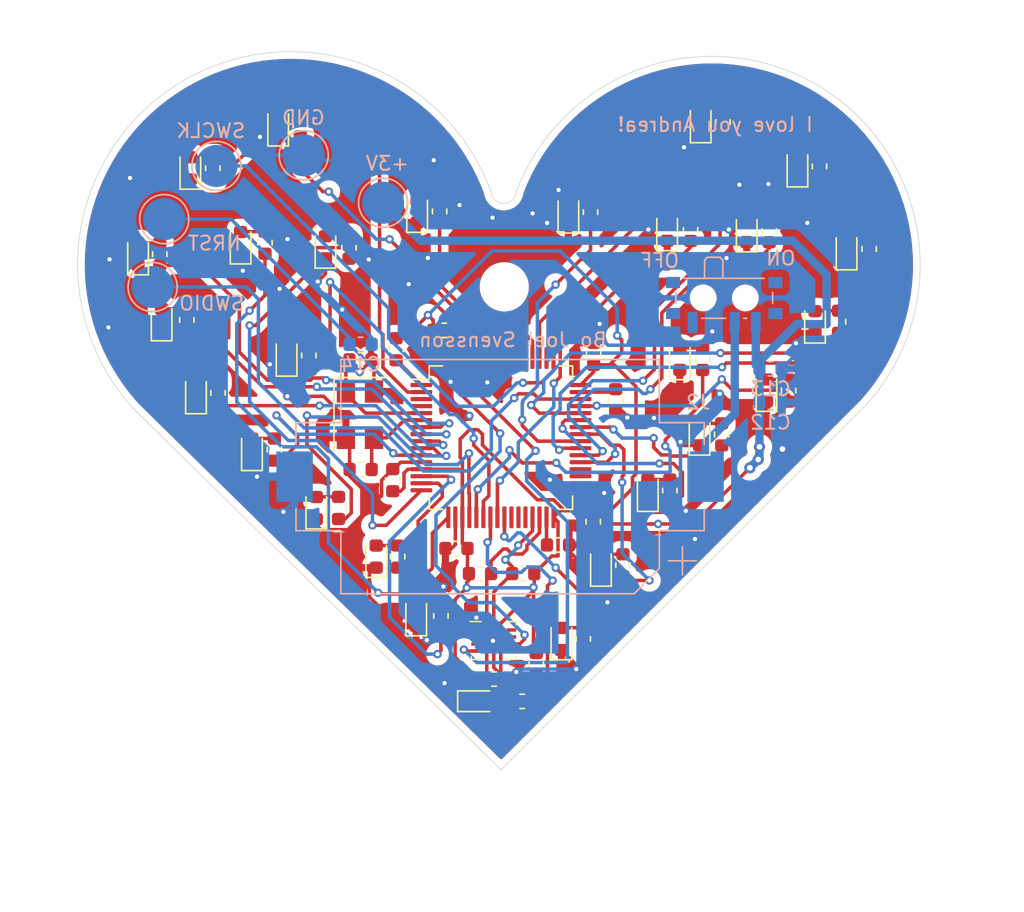
<source format=kicad_pcb>
(kicad_pcb (version 20190907) (host pcbnew "5.99.0-unknown-13df645~86~ubuntu18.04.1")
  (layers (0 "F.Cu" signal) (31 "B.Cu" signal) (34 "B.Paste" user) (35 "F.Paste" user) (36 "B.SilkS" user) (37 "F.SilkS" user) (38 "B.Mask" user) (39 "F.Mask" user) (44 "Edge.Cuts" user))
  (net 0 "")
  (net 1 "GND")
  (net 2 "Net-(C1-Pad1)")
  (net 3 "Net-(C2-Pad2)")
  (net 4 "Net-(C3-Pad1)")
  (net 5 "VCC")
  (net 6 "Net-(C6-Pad1)")
  (net 7 "Net-(D1-Pad2)")
  (net 8 "Net-(D2-Pad2)")
  (net 9 "Net-(D3-Pad2)")
  (net 10 "Net-(D4-Pad2)")
  (net 11 "Net-(D5-Pad2)")
  (net 12 "Net-(D6-Pad2)")
  (net 13 "Net-(D7-Pad2)")
  (net 14 "Net-(D8-Pad2)")
  (net 15 "Net-(D9-Pad2)")
  (net 16 "Net-(D10-Pad2)")
  (net 17 "Net-(D11-Pad2)")
  (net 18 "Net-(D12-Pad2)")
  (net 19 "Net-(D13-Pad2)")
  (net 20 "Net-(D14-Pad2)")
  (net 21 "Net-(D15-Pad2)")
  (net 22 "Net-(D16-Pad2)")
  (net 23 "Net-(D17-Pad2)")
  (net 24 "Net-(D18-Pad2)")
  (net 25 "Net-(D19-Pad2)")
  (net 26 "Net-(D20-Pad2)")
  (net 27 "Net-(D21-Pad2)")
  (net 28 "Net-(D22-Pad2)")
  (net 29 "Net-(D23-Pad2)")
  (net 30 "Net-(D24-Pad2)")
  (net 31 "Net-(D25-Pad2)")
  (net 32 "Net-(D26-Pad2)")
  (net 33 "Net-(D27-Pad2)")
  (net 34 "/SWCLK")
  (net 35 "/SWDIO")
  (net 36 "/NRST")
  (net 37 "/LED_1")
  (net 38 "/LED_2")
  (net 39 "/LED_3")
  (net 40 "/LED_4")
  (net 41 "/LED_5")
  (net 42 "/LED_6")
  (net 43 "/LED_7")
  (net 44 "/LED_8")
  (net 45 "/LED_9")
  (net 46 "/LED_10")
  (net 47 "/LED_11")
  (net 48 "/LED_12")
  (net 49 "/LED_13")
  (net 50 "/LED_14")
  (net 51 "/LED_15")
  (net 52 "/LED_16")
  (net 53 "/LED_17")
  (net 54 "/LED_18")
  (net 55 "/LED_19")
  (net 56 "/LED_20")
  (net 57 "/LED_21")
  (net 58 "/LED_22")
  (net 59 "/LED_23")
  (net 60 "/LED_24")
  (net 61 "/LED_25")
  (net 62 "/LED_26")
  (net 63 "Net-(U1-Pad60)")
  (net 64 "Net-(U1-Pad59)")
  (net 65 "Net-(U1-Pad58)")
  (net 66 "Net-(U1-Pad57)")
  (net 67 "Net-(U1-Pad56)")
  (net 68 "Net-(U1-Pad55)")
  (net 69 "Net-(U1-Pad54)")
  (net 70 "Net-(U1-Pad50)")
  (net 71 "Net-(U1-Pad36)")
  (net 72 "Net-(U1-Pad35)")
  (net 73 "Net-(U1-Pad34)")
  (net 74 "Net-(U1-Pad33)")
  (net 75 "/SDA")
  (net 76 "/SCL")
  (net 77 "Net-(U1-Pad28)")
  (net 78 "Net-(U1-Pad27)")
  (net 79 "Net-(U1-Pad26)")
  (net 80 "Net-(U1-Pad4)")
  (net 81 "Net-(U1-Pad3)")
  (net 82 "Net-(U2-Pad11)")
  (net 83 "Net-(U2-Pad10)")
  (net 84 "Net-(U2-Pad3)")
  (net 85 "Net-(U2-Pad2)")
  (net 86 "/BAT+")
  (net 87 "/LED_27")
  (net 88 "Net-(SW1-Pad1)")
  (net 89 "Net-(R28-Pad2)")
  (net 90 "/BMI_INTERRUPT2")
  (net 91 "/BMI_INTERRUPT1")
  (module "Capacitor_SMD:C_0603_1608Metric" (layer "B.Cu") (at 179.71 91.55)
    (fp_text reference "C14" (at 0 1.43) (layer "B.SilkS") (effects (justify mirror)))
    (fp_text value "100n")
    (pad "2" smd roundrect (at 0.7875 0) (size 0.875 0.95) (layers "B.Cu" "B.Paste" "B.Mask") (net 1 "GND"))
    (pad "1" smd roundrect (at -0.7875 0) (size 0.875 0.95) (layers "B.Cu" "B.Paste" "B.Mask") (net 36 "/NRST"))
  )
  (module "MountingHole:MountingHole_2.5mm" (layer "F.Cu") (at 189.95 87.45)
    (fp_text reference "H1" hide)
    (fp_text value "ATTCH")
    (pad "1" np_thru_hole circle (at 0 0) (size 2.5 2.5) (drill 2.5) (layers *.Cu *.Mask))
  )
  (module "Resistor_SMD:R_0603_1608Metric" (layer "F.Cu") (at 188.22 107.89 180)
    (fp_text reference "R30" hide)
    (fp_text value "10k")
    (pad "2" smd roundrect (at 0.7875 0 180) (size 0.875 0.95) (layers "F.Cu" "F.Paste" "F.Mask") (net 5 "VCC"))
    (pad "1" smd roundrect (at -0.7875 0 180) (size 0.875 0.95) (layers "F.Cu" "F.Paste" "F.Mask") (net 75 "/SDA"))
  )
  (module "Resistor_SMD:R_0603_1608Metric" (layer "F.Cu") (at 191.3 107.89)
    (fp_text reference "R29" hide)
    (fp_text value "10k")
    (pad "2" smd roundrect (at 0.7875 0) (size 0.875 0.95) (layers "F.Cu" "F.Paste" "F.Mask") (net 5 "VCC"))
    (pad "1" smd roundrect (at -0.7875 0) (size 0.875 0.95) (layers "F.Cu" "F.Paste" "F.Mask") (net 76 "/SCL"))
  )
  (module "Resistor_SMD:R_0603_1608Metric" (layer "F.Cu") (at 182.24 91.9 -90)
    (fp_text reference "R28" hide)
    (fp_text value "0R")
    (pad "2" smd roundrect (at 0.7875 0 270) (size 0.875 0.95) (layers "F.Cu" "F.Paste" "F.Mask") (net 89 "Net-(R28-Pad2)"))
    (pad "1" smd roundrect (at -0.7875 0 270) (size 0.875 0.95) (layers "F.Cu" "F.Paste" "F.Mask") (net 5 "VCC"))
  )
  (module "Capacitor_SMD:C_0603_1608Metric" (layer "B.Cu") (at 208.93 93.29)
    (fp_text reference "C13" (at 0 1.43) (layer "B.SilkS") (effects (justify mirror)))
    (fp_text value "2.2u")
    (pad "2" smd roundrect (at 0.7875 0) (size 0.875 0.95) (layers "B.Cu" "B.Paste" "B.Mask") (net 1 "GND"))
    (pad "1" smd roundrect (at -0.7875 0) (size 0.875 0.95) (layers "B.Cu" "B.Paste" "B.Mask") (net 5 "VCC"))
  )
  (module "Capacitor_SMD:C_0603_1608Metric" (layer "B.Cu") (at 208.93 95.68)
    (fp_text reference "C12" (at 0 1.43) (layer "B.SilkS") (effects (justify mirror)))
    (fp_text value "2.2u")
    (pad "2" smd roundrect (at 0.7875 0) (size 0.875 0.95) (layers "B.Cu" "B.Paste" "B.Mask") (net 1 "GND"))
    (pad "1" smd roundrect (at -0.7875 0) (size 0.875 0.95) (layers "B.Cu" "B.Paste" "B.Mask") (net 5 "VCC"))
  )
  (module "Capacitor_SMD:C_0603_1608Metric" (layer "F.Cu") (at 197.89 95.53 -90)
    (fp_text reference "C1" hide)
    (fp_text value "2.2u")
    (pad "2" smd roundrect (at 0.7875 0 270) (size 0.875 0.95) (layers "F.Cu" "F.Paste" "F.Mask") (net 1 "GND"))
    (pad "1" smd roundrect (at -0.7875 0 270) (size 0.875 0.95) (layers "F.Cu" "F.Paste" "F.Mask") (net 2 "Net-(C1-Pad1)"))
  )
  (module "Button_Switch_SMD:SW_SPDT_PCM12" (layer "B.Cu") (at 205.63 88.57)
    (fp_text reference "SW1" hide)
    (fp_text value "SW_SPDT")
    (pad "" smd rect (at -3.65 0.78) (size 1 0.8) (layers "B.Cu" "B.Paste" "B.Mask"))
    (pad "" smd rect (at 3.65 0.78) (size 1 0.8) (layers "B.Cu" "B.Paste" "B.Mask"))
    (pad "" smd rect (at 3.65 -1.43) (size 1 0.8) (layers "B.Cu" "B.Paste" "B.Mask"))
    (pad "" smd rect (at -3.65 -1.43) (size 1 0.8) (layers "B.Cu" "B.Paste" "B.Mask"))
    (pad "3" smd rect (at 2.25 1.43) (size 0.7 1.5) (layers "B.Cu" "B.Paste" "B.Mask") (net 5 "VCC"))
    (pad "2" smd rect (at 0.75 1.43) (size 0.7 1.5) (layers "B.Cu" "B.Paste" "B.Mask") (net 86 "/BAT+"))
    (pad "1" smd rect (at -2.25 1.43) (size 0.7 1.5) (layers "B.Cu" "B.Paste" "B.Mask") (net 88 "Net-(SW1-Pad1)"))
    (pad "" np_thru_hole circle (at 1.5 -0.33) (size 0.9 0.9) (drill 0.9) (layers *.Cu *.Mask))
    (pad "" np_thru_hole circle (at -1.5 -0.33) (size 0.9 0.9) (drill 0.9) (layers *.Cu *.Mask))
  )
  (module "Crystal:Crystal_SMD_5032-4Pin_5.0x3.2mm" (layer "F.Cu") (at 179.66 96.56 -90)
    (fp_text reference "Y1" hide)
    (fp_text value "8MHz")
    (pad "4" smd rect (at -1.65 -1 270) (size 1.6 1.3) (layers "F.Cu" "F.Paste" "F.Mask") (net 1 "GND"))
    (pad "3" smd rect (at 1.65 -1 270) (size 1.6 1.3) (layers "F.Cu" "F.Paste" "F.Mask") (net 6 "Net-(C6-Pad1)"))
    (pad "2" smd rect (at 1.65 1 270) (size 1.6 1.3) (layers "F.Cu" "F.Paste" "F.Mask") (net 1 "GND"))
    (pad "1" smd rect (at -1.65 1 270) (size 1.6 1.3) (layers "F.Cu" "F.Paste" "F.Mask") (net 3 "Net-(C2-Pad2)"))
  )
  (module "Package_LGA:Bosch_LGA-14_3x2.5mm_P0.5mm" (layer "F.Cu") (at 189.2 112.66)
    (fp_text reference "U2" hide)
    (fp_text value "BMI160")
    (pad "11" smd rect (at 1.2625 -0.75) (size 0.675 0.25) (layers "F.Cu" "F.Paste" "F.Mask") (net 82 "Net-(U2-Pad11)"))
    (pad "10" smd rect (at 1.2625 -0.25) (size 0.675 0.25) (layers "F.Cu" "F.Paste" "F.Mask") (net 83 "Net-(U2-Pad10)"))
    (pad "9" smd rect (at 1.2625 0.25) (size 0.675 0.25) (layers "F.Cu" "F.Paste" "F.Mask") (net 90 "/BMI_INTERRUPT2"))
    (pad "8" smd rect (at 1.2625 0.75) (size 0.675 0.25) (layers "F.Cu" "F.Paste" "F.Mask") (net 5 "VCC"))
    (pad "4" smd rect (at -1.2625 0.75) (size 0.675 0.25) (layers "F.Cu" "F.Paste" "F.Mask") (net 91 "/BMI_INTERRUPT1"))
    (pad "3" smd rect (at -1.2625 0.25) (size 0.675 0.25) (layers "F.Cu" "F.Paste" "F.Mask") (net 84 "Net-(U2-Pad3)"))
    (pad "2" smd rect (at -1.2625 -0.25) (size 0.675 0.25) (layers "F.Cu" "F.Paste" "F.Mask") (net 85 "Net-(U2-Pad2)"))
    (pad "1" smd rect (at -1.2625 -0.75) (size 0.675 0.25) (layers "F.Cu" "F.Paste" "F.Mask") (net 1 "GND"))
    (pad "7" smd rect (at 0.5 1.0125) (size 0.25 0.675) (layers "F.Cu" "F.Paste" "F.Mask") (net 1 "GND"))
    (pad "6" smd rect (at 0 1.0125) (size 0.25 0.675) (layers "F.Cu" "F.Paste" "F.Mask") (net 1 "GND"))
    (pad "5" smd rect (at -0.5 1.0125) (size 0.25 0.675) (layers "F.Cu" "F.Paste" "F.Mask") (net 5 "VCC"))
    (pad "12" smd rect (at 0.5 -1.0125) (size 0.25 0.675) (layers "F.Cu" "F.Paste" "F.Mask") (net 5 "VCC"))
    (pad "14" smd rect (at -0.5 -1.0125) (size 0.25 0.675) (layers "F.Cu" "F.Paste" "F.Mask") (net 75 "/SDA"))
    (pad "13" smd rect (at 0 -1.0125) (size 0.25 0.675) (layers "F.Cu" "F.Paste" "F.Mask") (net 76 "/SCL"))
  )
  (module "Package_QFP:LQFP-64_10x10mm_P0.5mm" (layer "F.Cu") (at 189.71 98.2)
    (fp_text reference "U1" hide)
    (fp_text value "STM32F40X_LQFP64")
    (pad "64" smd roundrect (at -3.75 -5.675) (size 0.3 1.55) (layers "F.Cu" "F.Paste" "F.Mask") (net 5 "VCC"))
    (pad "63" smd roundrect (at -3.25 -5.675) (size 0.3 1.55) (layers "F.Cu" "F.Paste" "F.Mask") (net 1 "GND"))
    (pad "62" smd roundrect (at -2.75 -5.675) (size 0.3 1.55) (layers "F.Cu" "F.Paste" "F.Mask") (net 90 "/BMI_INTERRUPT2"))
    (pad "61" smd roundrect (at -2.25 -5.675) (size 0.3 1.55) (layers "F.Cu" "F.Paste" "F.Mask") (net 91 "/BMI_INTERRUPT1"))
    (pad "60" smd roundrect (at -1.75 -5.675) (size 0.3 1.55) (layers "F.Cu" "F.Paste" "F.Mask") (net 63 "Net-(U1-Pad60)"))
    (pad "59" smd roundrect (at -1.25 -5.675) (size 0.3 1.55) (layers "F.Cu" "F.Paste" "F.Mask") (net 64 "Net-(U1-Pad59)"))
    (pad "58" smd roundrect (at -0.75 -5.675) (size 0.3 1.55) (layers "F.Cu" "F.Paste" "F.Mask") (net 65 "Net-(U1-Pad58)"))
    (pad "57" smd roundrect (at -0.25 -5.675) (size 0.3 1.55) (layers "F.Cu" "F.Paste" "F.Mask") (net 66 "Net-(U1-Pad57)"))
    (pad "56" smd roundrect (at 0.25 -5.675) (size 0.3 1.55) (layers "F.Cu" "F.Paste" "F.Mask") (net 67 "Net-(U1-Pad56)"))
    (pad "55" smd roundrect (at 0.75 -5.675) (size 0.3 1.55) (layers "F.Cu" "F.Paste" "F.Mask") (net 68 "Net-(U1-Pad55)"))
    (pad "54" smd roundrect (at 1.25 -5.675) (size 0.3 1.55) (layers "F.Cu" "F.Paste" "F.Mask") (net 69 "Net-(U1-Pad54)"))
    (pad "53" smd roundrect (at 1.75 -5.675) (size 0.3 1.55) (layers "F.Cu" "F.Paste" "F.Mask") (net 62 "/LED_26"))
    (pad "52" smd roundrect (at 2.25 -5.675) (size 0.3 1.55) (layers "F.Cu" "F.Paste" "F.Mask") (net 61 "/LED_25"))
    (pad "51" smd roundrect (at 2.75 -5.675) (size 0.3 1.55) (layers "F.Cu" "F.Paste" "F.Mask") (net 60 "/LED_24"))
    (pad "50" smd roundrect (at 3.25 -5.675) (size 0.3 1.55) (layers "F.Cu" "F.Paste" "F.Mask") (net 70 "Net-(U1-Pad50)"))
    (pad "49" smd roundrect (at 3.75 -5.675) (size 0.3 1.55) (layers "F.Cu" "F.Paste" "F.Mask") (net 34 "/SWCLK"))
    (pad "48" smd roundrect (at 5.675 -3.75) (size 1.55 0.3) (layers "F.Cu" "F.Paste" "F.Mask") (net 5 "VCC"))
    (pad "47" smd roundrect (at 5.675 -3.25) (size 1.55 0.3) (layers "F.Cu" "F.Paste" "F.Mask") (net 2 "Net-(C1-Pad1)"))
    (pad "46" smd roundrect (at 5.675 -2.75) (size 1.55 0.3) (layers "F.Cu" "F.Paste" "F.Mask") (net 35 "/SWDIO"))
    (pad "45" smd roundrect (at 5.675 -2.25) (size 1.55 0.3) (layers "F.Cu" "F.Paste" "F.Mask") (net 49 "/LED_13"))
    (pad "44" smd roundrect (at 5.675 -1.75) (size 1.55 0.3) (layers "F.Cu" "F.Paste" "F.Mask") (net 48 "/LED_12"))
    (pad "43" smd roundrect (at 5.675 -1.25) (size 1.55 0.3) (layers "F.Cu" "F.Paste" "F.Mask") (net 47 "/LED_11"))
    (pad "42" smd roundrect (at 5.675 -0.75) (size 1.55 0.3) (layers "F.Cu" "F.Paste" "F.Mask") (net 46 "/LED_10"))
    (pad "41" smd roundrect (at 5.675 -0.25) (size 1.55 0.3) (layers "F.Cu" "F.Paste" "F.Mask") (net 45 "/LED_9"))
    (pad "40" smd roundrect (at 5.675 0.25) (size 1.55 0.3) (layers "F.Cu" "F.Paste" "F.Mask") (net 59 "/LED_23"))
    (pad "39" smd roundrect (at 5.675 0.75) (size 1.55 0.3) (layers "F.Cu" "F.Paste" "F.Mask") (net 58 "/LED_22"))
    (pad "38" smd roundrect (at 5.675 1.25) (size 1.55 0.3) (layers "F.Cu" "F.Paste" "F.Mask") (net 57 "/LED_21"))
    (pad "37" smd roundrect (at 5.675 1.75) (size 1.55 0.3) (layers "F.Cu" "F.Paste" "F.Mask") (net 56 "/LED_20"))
    (pad "36" smd roundrect (at 5.675 2.25) (size 1.55 0.3) (layers "F.Cu" "F.Paste" "F.Mask") (net 71 "Net-(U1-Pad36)"))
    (pad "35" smd roundrect (at 5.675 2.75) (size 1.55 0.3) (layers "F.Cu" "F.Paste" "F.Mask") (net 72 "Net-(U1-Pad35)"))
    (pad "34" smd roundrect (at 5.675 3.25) (size 1.55 0.3) (layers "F.Cu" "F.Paste" "F.Mask") (net 73 "Net-(U1-Pad34)"))
    (pad "33" smd roundrect (at 5.675 3.75) (size 1.55 0.3) (layers "F.Cu" "F.Paste" "F.Mask") (net 74 "Net-(U1-Pad33)"))
    (pad "32" smd roundrect (at 3.75 5.675) (size 0.3 1.55) (layers "F.Cu" "F.Paste" "F.Mask") (net 5 "VCC"))
    (pad "31" smd roundrect (at 3.25 5.675) (size 0.3 1.55) (layers "F.Cu" "F.Paste" "F.Mask") (net 4 "Net-(C3-Pad1)"))
    (pad "30" smd roundrect (at 2.75 5.675) (size 0.3 1.55) (layers "F.Cu" "F.Paste" "F.Mask") (net 75 "/SDA"))
    (pad "29" smd roundrect (at 2.25 5.675) (size 0.3 1.55) (layers "F.Cu" "F.Paste" "F.Mask") (net 76 "/SCL"))
    (pad "28" smd roundrect (at 1.75 5.675) (size 0.3 1.55) (layers "F.Cu" "F.Paste" "F.Mask") (net 77 "Net-(U1-Pad28)"))
    (pad "27" smd roundrect (at 1.25 5.675) (size 0.3 1.55) (layers "F.Cu" "F.Paste" "F.Mask") (net 78 "Net-(U1-Pad27)"))
    (pad "26" smd roundrect (at 0.75 5.675) (size 0.3 1.55) (layers "F.Cu" "F.Paste" "F.Mask") (net 79 "Net-(U1-Pad26)"))
    (pad "25" smd roundrect (at 0.25 5.675) (size 0.3 1.55) (layers "F.Cu" "F.Paste" "F.Mask") (net 55 "/LED_19"))
    (pad "24" smd roundrect (at -0.25 5.675) (size 0.3 1.55) (layers "F.Cu" "F.Paste" "F.Mask") (net 54 "/LED_18"))
    (pad "23" smd roundrect (at -0.75 5.675) (size 0.3 1.55) (layers "F.Cu" "F.Paste" "F.Mask") (net 44 "/LED_8"))
    (pad "22" smd roundrect (at -1.25 5.675) (size 0.3 1.55) (layers "F.Cu" "F.Paste" "F.Mask") (net 43 "/LED_7"))
    (pad "21" smd roundrect (at -1.75 5.675) (size 0.3 1.55) (layers "F.Cu" "F.Paste" "F.Mask") (net 42 "/LED_6"))
    (pad "20" smd roundrect (at -2.25 5.675) (size 0.3 1.55) (layers "F.Cu" "F.Paste" "F.Mask") (net 41 "/LED_5"))
    (pad "19" smd roundrect (at -2.75 5.675) (size 0.3 1.55) (layers "F.Cu" "F.Paste" "F.Mask") (net 5 "VCC"))
    (pad "18" smd roundrect (at -3.25 5.675) (size 0.3 1.55) (layers "F.Cu" "F.Paste" "F.Mask") (net 1 "GND"))
    (pad "17" smd roundrect (at -3.75 5.675) (size 0.3 1.55) (layers "F.Cu" "F.Paste" "F.Mask") (net 40 "/LED_4"))
    (pad "16" smd roundrect (at -5.675 3.75) (size 1.55 0.3) (layers "F.Cu" "F.Paste" "F.Mask") (net 39 "/LED_3"))
    (pad "15" smd roundrect (at -5.675 3.25) (size 1.55 0.3) (layers "F.Cu" "F.Paste" "F.Mask") (net 38 "/LED_2"))
    (pad "14" smd roundrect (at -5.675 2.75) (size 1.55 0.3) (layers "F.Cu" "F.Paste" "F.Mask") (net 37 "/LED_1"))
    (pad "13" smd roundrect (at -5.675 2.25) (size 1.55 0.3) (layers "F.Cu" "F.Paste" "F.Mask") (net 5 "VCC"))
    (pad "12" smd roundrect (at -5.675 1.75) (size 1.55 0.3) (layers "F.Cu" "F.Paste" "F.Mask") (net 1 "GND"))
    (pad "11" smd roundrect (at -5.675 1.25) (size 1.55 0.3) (layers "F.Cu" "F.Paste" "F.Mask") (net 53 "/LED_17"))
    (pad "10" smd roundrect (at -5.675 0.75) (size 1.55 0.3) (layers "F.Cu" "F.Paste" "F.Mask") (net 52 "/LED_16"))
    (pad "9" smd roundrect (at -5.675 0.25) (size 1.55 0.3) (layers "F.Cu" "F.Paste" "F.Mask") (net 51 "/LED_15"))
    (pad "8" smd roundrect (at -5.675 -0.25) (size 1.55 0.3) (layers "F.Cu" "F.Paste" "F.Mask") (net 50 "/LED_14"))
    (pad "7" smd roundrect (at -5.675 -0.75) (size 1.55 0.3) (layers "F.Cu" "F.Paste" "F.Mask") (net 36 "/NRST"))
    (pad "6" smd roundrect (at -5.675 -1.25) (size 1.55 0.3) (layers "F.Cu" "F.Paste" "F.Mask") (net 6 "Net-(C6-Pad1)"))
    (pad "5" smd roundrect (at -5.675 -1.75) (size 1.55 0.3) (layers "F.Cu" "F.Paste" "F.Mask") (net 3 "Net-(C2-Pad2)"))
    (pad "4" smd roundrect (at -5.675 -2.25) (size 1.55 0.3) (layers "F.Cu" "F.Paste" "F.Mask") (net 80 "Net-(U1-Pad4)"))
    (pad "3" smd roundrect (at -5.675 -2.75) (size 1.55 0.3) (layers "F.Cu" "F.Paste" "F.Mask") (net 81 "Net-(U1-Pad3)"))
    (pad "2" smd roundrect (at -5.675 -3.25) (size 1.55 0.3) (layers "F.Cu" "F.Paste" "F.Mask") (net 87 "/LED_27"))
    (pad "1" smd roundrect (at -5.675 -3.75) (size 1.55 0.3) (layers "F.Cu" "F.Paste" "F.Mask") (net 89 "Net-(R28-Pad2)"))
  )
  (module "Resistor_SMD:R_0603_1608Metric" (layer "F.Cu") (at 169.17 78.99 -90)
    (fp_text reference "R27" hide)
    (fp_text value "1k")
    (pad "2" smd roundrect (at 0.7875 0 270) (size 0.875 0.95) (layers "F.Cu" "F.Paste" "F.Mask") (net 87 "/LED_27"))
    (pad "1" smd roundrect (at -0.7875 0 270) (size 0.875 0.95) (layers "F.Cu" "F.Paste" "F.Mask") (net 33 "Net-(D27-Pad2)"))
  )
  (module "Resistor_SMD:R_0603_1608Metric" (layer "F.Cu") (at 175.41 75.93 -90)
    (fp_text reference "R26" hide)
    (fp_text value "1k")
    (pad "2" smd roundrect (at 0.7875 0 270) (size 0.875 0.95) (layers "F.Cu" "F.Paste" "F.Mask") (net 62 "/LED_26"))
    (pad "1" smd roundrect (at -0.7875 0 270) (size 0.875 0.95) (layers "F.Cu" "F.Paste" "F.Mask") (net 32 "Net-(D26-Pad2)"))
  )
  (module "Resistor_SMD:R_0603_1608Metric" (layer "F.Cu") (at 185.34 82.07 -90)
    (fp_text reference "R25" hide)
    (fp_text value "1k")
    (pad "2" smd roundrect (at 0.7875 0 270) (size 0.875 0.95) (layers "F.Cu" "F.Paste" "F.Mask") (net 61 "/LED_25"))
    (pad "1" smd roundrect (at -0.7875 0 270) (size 0.875 0.95) (layers "F.Cu" "F.Paste" "F.Mask") (net 31 "Net-(D25-Pad2)"))
  )
  (module "Resistor_SMD:R_0603_1608Metric" (layer "F.Cu") (at 205.54 75.7 -90)
    (fp_text reference "R24" hide)
    (fp_text value "1k")
    (pad "2" smd roundrect (at 0.7875 0 270) (size 0.875 0.95) (layers "F.Cu" "F.Paste" "F.Mask") (net 60 "/LED_24"))
    (pad "1" smd roundrect (at -0.7875 0 270) (size 0.875 0.95) (layers "F.Cu" "F.Paste" "F.Mask") (net 30 "Net-(D24-Pad2)"))
  )
  (module "Resistor_SMD:R_0603_1608Metric" (layer "F.Cu") (at 196.1 82.1275 -90)
    (fp_text reference "R23" hide)
    (fp_text value "1k")
    (pad "2" smd roundrect (at 0.7875 0 270) (size 0.875 0.95) (layers "F.Cu" "F.Paste" "F.Mask") (net 59 "/LED_23"))
    (pad "1" smd roundrect (at -0.7875 0 270) (size 0.875 0.95) (layers "F.Cu" "F.Paste" "F.Mask") (net 29 "Net-(D23-Pad2)"))
  )
  (module "Resistor_SMD:R_0603_1608Metric" (layer "F.Cu") (at 215.96 84.75 -90)
    (fp_text reference "R22" hide)
    (fp_text value "1k")
    (pad "2" smd roundrect (at 0.7875 0 270) (size 0.875 0.95) (layers "F.Cu" "F.Paste" "F.Mask") (net 58 "/LED_22"))
    (pad "1" smd roundrect (at -0.7875 0 270) (size 0.875 0.95) (layers "F.Cu" "F.Paste" "F.Mask") (net 28 "Net-(D22-Pad2)"))
  )
  (module "Resistor_SMD:R_0603_1608Metric" (layer "F.Cu") (at 212.42 78.86 -90)
    (fp_text reference "R21" hide)
    (fp_text value "1k")
    (pad "2" smd roundrect (at 0.7875 0 270) (size 0.875 0.95) (layers "F.Cu" "F.Paste" "F.Mask") (net 57 "/LED_21"))
    (pad "1" smd roundrect (at -0.7875 0 270) (size 0.875 0.95) (layers "F.Cu" "F.Paste" "F.Mask") (net 27 "Net-(D21-Pad2)"))
  )
  (module "Resistor_SMD:R_0603_1608Metric" (layer "F.Cu") (at 208.84 83.48 -90)
    (fp_text reference "R20" hide)
    (fp_text value "1k")
    (pad "2" smd roundrect (at 0.7875 0 270) (size 0.875 0.95) (layers "F.Cu" "F.Paste" "F.Mask") (net 56 "/LED_20"))
    (pad "1" smd roundrect (at -0.7875 0 270) (size 0.875 0.95) (layers "F.Cu" "F.Paste" "F.Mask") (net 26 "Net-(D20-Pad2)"))
  )
  (module "Resistor_SMD:R_0603_1608Metric" (layer "F.Cu") (at 195.58 112.54 -90)
    (fp_text reference "R19" hide)
    (fp_text value "1k")
    (pad "2" smd roundrect (at 0.7875 0 270) (size 0.875 0.95) (layers "F.Cu" "F.Paste" "F.Mask") (net 55 "/LED_19"))
    (pad "1" smd roundrect (at -0.7875 0 270) (size 0.875 0.95) (layers "F.Cu" "F.Paste" "F.Mask") (net 25 "Net-(D19-Pad2)"))
  )
  (module "Resistor_SMD:R_0603_1608Metric" (layer "F.Cu") (at 203.23 83.39 -90)
    (fp_text reference "R18" hide)
    (fp_text value "1k")
    (pad "2" smd roundrect (at 0.7875 0 270) (size 0.875 0.95) (layers "F.Cu" "F.Paste" "F.Mask") (net 54 "/LED_18"))
    (pad "1" smd roundrect (at -0.7875 0 270) (size 0.875 0.95) (layers "F.Cu" "F.Paste" "F.Mask") (net 24 "Net-(D18-Pad2)"))
  )
  (module "Resistor_SMD:R_0603_1608Metric" (layer "F.Cu") (at 173.56 99.05 -90)
    (fp_text reference "R17" hide)
    (fp_text value "1k")
    (pad "2" smd roundrect (at 0.7875 0 270) (size 0.875 0.95) (layers "F.Cu" "F.Paste" "F.Mask") (net 53 "/LED_17"))
    (pad "1" smd roundrect (at -0.7875 0 270) (size 0.875 0.95) (layers "F.Cu" "F.Paste" "F.Mask") (net 23 "Net-(D17-Pad2)"))
  )
  (module "Resistor_SMD:R_0603_1608Metric" (layer "F.Cu") (at 169.54 95.01 90)
    (fp_text reference "R16" hide)
    (fp_text value "1k")
    (pad "2" smd roundrect (at 0.7875 0 90) (size 0.875 0.95) (layers "F.Cu" "F.Paste" "F.Mask") (net 22 "Net-(D16-Pad2)"))
    (pad "1" smd roundrect (at -0.7875 0 90) (size 0.875 0.95) (layers "F.Cu" "F.Paste" "F.Mask") (net 52 "/LED_16"))
  )
  (module "Resistor_SMD:R_0603_1608Metric" (layer "F.Cu") (at 167.32 89.81 90)
    (fp_text reference "R15" hide)
    (fp_text value "1k")
    (pad "2" smd roundrect (at 0.7875 0 90) (size 0.875 0.95) (layers "F.Cu" "F.Paste" "F.Mask") (net 21 "Net-(D15-Pad2)"))
    (pad "1" smd roundrect (at -0.7875 0 90) (size 0.875 0.95) (layers "F.Cu" "F.Paste" "F.Mask") (net 51 "/LED_15"))
  )
  (module "Resistor_SMD:R_0603_1608Metric" (layer "F.Cu") (at 165.39 85.12 90)
    (fp_text reference "R14" hide)
    (fp_text value "1k")
    (pad "2" smd roundrect (at 0.7875 0 90) (size 0.875 0.95) (layers "F.Cu" "F.Paste" "F.Mask") (net 20 "Net-(D14-Pad2)"))
    (pad "1" smd roundrect (at -0.7875 0 90) (size 0.875 0.95) (layers "F.Cu" "F.Paste" "F.Mask") (net 50 "/LED_14"))
  )
  (module "Resistor_SMD:R_0603_1608Metric" (layer "F.Cu") (at 210.22 94.84 90)
    (fp_text reference "R13" hide)
    (fp_text value "1k")
    (pad "2" smd roundrect (at 0.7875 0 90) (size 0.875 0.95) (layers "F.Cu" "F.Paste" "F.Mask") (net 19 "Net-(D13-Pad2)"))
    (pad "1" smd roundrect (at -0.7875 0 90) (size 0.875 0.95) (layers "F.Cu" "F.Paste" "F.Mask") (net 49 "/LED_13"))
  )
  (module "Resistor_SMD:R_0603_1608Metric" (layer "F.Cu") (at 213.78 89.94 90)
    (fp_text reference "R12" hide)
    (fp_text value "1k")
    (pad "2" smd roundrect (at 0.7875 0 90) (size 0.875 0.95) (layers "F.Cu" "F.Paste" "F.Mask") (net 18 "Net-(D12-Pad2)"))
    (pad "1" smd roundrect (at -0.7875 0 90) (size 0.875 0.95) (layers "F.Cu" "F.Paste" "F.Mask") (net 48 "/LED_12"))
  )
  (module "Resistor_SMD:R_0603_1608Metric" (layer "F.Cu") (at 201.75 101.97 90)
    (fp_text reference "R11" hide)
    (fp_text value "1k")
    (pad "2" smd roundrect (at 0.7875 0 90) (size 0.875 0.95) (layers "F.Cu" "F.Paste" "F.Mask") (net 17 "Net-(D11-Pad2)"))
    (pad "1" smd roundrect (at -0.7875 0 90) (size 0.875 0.95) (layers "F.Cu" "F.Paste" "F.Mask") (net 47 "/LED_11"))
  )
  (module "Resistor_SMD:R_0603_1608Metric" (layer "F.Cu") (at 205.45 97.97 90)
    (fp_text reference "R10" hide)
    (fp_text value "1k")
    (pad "2" smd roundrect (at 0.7875 0 90) (size 0.875 0.95) (layers "F.Cu" "F.Paste" "F.Mask") (net 16 "Net-(D10-Pad2)"))
    (pad "1" smd roundrect (at -0.7875 0 90) (size 0.875 0.95) (layers "F.Cu" "F.Paste" "F.Mask") (net 46 "/LED_10"))
  )
  (module "Resistor_SMD:R_0603_1608Metric" (layer "F.Cu") (at 198.41 107.3 90)
    (fp_text reference "R9" hide)
    (fp_text value "1k")
    (pad "2" smd roundrect (at 0.7875 0 90) (size 0.875 0.95) (layers "F.Cu" "F.Paste" "F.Mask") (net 15 "Net-(D9-Pad2)"))
    (pad "1" smd roundrect (at -0.7875 0 90) (size 0.875 0.95) (layers "F.Cu" "F.Paste" "F.Mask") (net 45 "/LED_9"))
  )
  (module "Resistor_SMD:R_0603_1608Metric" (layer "F.Cu") (at 191.23 117 180)
    (fp_text reference "R8" hide)
    (fp_text value "1k")
    (pad "2" smd roundrect (at 0.7875 0 180) (size 0.875 0.95) (layers "F.Cu" "F.Paste" "F.Mask") (net 14 "Net-(D8-Pad2)"))
    (pad "1" smd roundrect (at -0.7875 0 180) (size 0.875 0.95) (layers "F.Cu" "F.Paste" "F.Mask") (net 44 "/LED_8"))
  )
  (module "Resistor_SMD:R_0603_1608Metric" (layer "F.Cu") (at 176.02 92.34 90)
    (fp_text reference "R7" hide)
    (fp_text value "1k")
    (pad "2" smd roundrect (at 0.7875 0 90) (size 0.875 0.95) (layers "F.Cu" "F.Paste" "F.Mask") (net 13 "Net-(D7-Pad2)"))
    (pad "1" smd roundrect (at -0.7875 0 90) (size 0.875 0.95) (layers "F.Cu" "F.Paste" "F.Mask") (net 43 "/LED_7"))
  )
  (module "Resistor_SMD:R_0603_1608Metric" (layer "F.Cu") (at 204.09 92.59 90)
    (fp_text reference "R6" hide)
    (fp_text value "1k")
    (pad "2" smd roundrect (at 0.7875 0 90) (size 0.875 0.95) (layers "F.Cu" "F.Paste" "F.Mask") (net 12 "Net-(D6-Pad2)"))
    (pad "1" smd roundrect (at -0.7875 0 90) (size 0.875 0.95) (layers "F.Cu" "F.Paste" "F.Mask") (net 42 "/LED_6"))
  )
  (module "Resistor_SMD:R_0603_1608Metric" (layer "F.Cu") (at 178.13 103.21 90)
    (fp_text reference "R5" hide)
    (fp_text value "1k")
    (pad "2" smd roundrect (at 0.7875 0 90) (size 0.875 0.95) (layers "F.Cu" "F.Paste" "F.Mask") (net 11 "Net-(D5-Pad2)"))
    (pad "1" smd roundrect (at -0.7875 0 90) (size 0.875 0.95) (layers "F.Cu" "F.Paste" "F.Mask") (net 41 "/LED_5"))
  )
  (module "Resistor_SMD:R_0603_1608Metric" (layer "F.Cu") (at 172.89 84.3 90)
    (fp_text reference "R4" hide)
    (fp_text value "1k")
    (pad "2" smd roundrect (at 0.7875 0 90) (size 0.875 0.95) (layers "F.Cu" "F.Paste" "F.Mask") (net 10 "Net-(D4-Pad2)"))
    (pad "1" smd roundrect (at -0.7875 0 90) (size 0.875 0.95) (layers "F.Cu" "F.Paste" "F.Mask") (net 40 "/LED_4"))
  )
  (module "Resistor_SMD:R_0603_1608Metric" (layer "F.Cu") (at 178.88 84.66 90)
    (fp_text reference "R3" hide)
    (fp_text value "1k")
    (pad "2" smd roundrect (at 0.7875 0 90) (size 0.875 0.95) (layers "F.Cu" "F.Paste" "F.Mask") (net 9 "Net-(D3-Pad2)"))
    (pad "1" smd roundrect (at -0.7875 0 90) (size 0.875 0.95) (layers "F.Cu" "F.Paste" "F.Mask") (net 39 "/LED_3"))
  )
  (module "Resistor_SMD:R_0603_1608Metric" (layer "F.Cu") (at 182.35 106.68 90)
    (fp_text reference "R2" hide)
    (fp_text value "1k")
    (pad "2" smd roundrect (at 0.7875 0 90) (size 0.875 0.95) (layers "F.Cu" "F.Paste" "F.Mask") (net 8 "Net-(D2-Pad2)"))
    (pad "1" smd roundrect (at -0.7875 0 90) (size 0.875 0.95) (layers "F.Cu" "F.Paste" "F.Mask") (net 38 "/LED_2"))
  )
  (module "Resistor_SMD:R_0603_1608Metric" (layer "F.Cu") (at 185.43 110.91 90)
    (fp_text reference "R1" hide)
    (fp_text value "1k")
    (pad "2" smd roundrect (at 0.7875 0 90) (size 0.875 0.95) (layers "F.Cu" "F.Paste" "F.Mask") (net 7 "Net-(D1-Pad2)"))
    (pad "1" smd roundrect (at -0.7875 0 90) (size 0.875 0.95) (layers "F.Cu" "F.Paste" "F.Mask") (net 37 "/LED_1"))
  )
  (module "TestPoint:TestPoint_Pad_D3.0mm" (layer "B.Cu") (at 165.71 82.62)
    (fp_text reference "J6" hide)
    (fp_text value "NRST")
    (pad "1" smd circle (at 0 0) (size 3 3) (layers "B.Cu" "B.Mask") (net 36 "/NRST"))
  )
  (module "TestPoint:TestPoint_Pad_D3.0mm" (layer "B.Cu") (at 164.88 87.46)
    (fp_text reference "J5" hide)
    (fp_text value "SWDIO")
    (pad "1" smd circle (at 0 0) (size 3 3) (layers "B.Cu" "B.Mask") (net 35 "/SWDIO"))
  )
  (module "TestPoint:TestPoint_Pad_D3.0mm" (layer "B.Cu") (at 169.43 78.83)
    (fp_text reference "J4" hide)
    (fp_text value "SWCLK")
    (pad "1" smd circle (at 0 0) (size 3 3) (layers "B.Cu" "B.Mask") (net 34 "/SWCLK"))
  )
  (module "TestPoint:TestPoint_Pad_D3.0mm" (layer "B.Cu") (at 175.65 78.07)
    (fp_text reference "J3" hide)
    (fp_text value "GND")
    (pad "1" smd circle (at 0 0) (size 3 3) (layers "B.Cu" "B.Mask") (net 1 "GND"))
  )
  (module "Battery:BatteryHolder_Keystone_1060_1x2032" (layer "B.Cu") (at 189.65 100.98 180)
    (fp_text reference "J2" (at -14.125 5.3) (layer "B.SilkS") (effects (justify mirror)))
    (fp_text value "BAT")
    (pad "1" smd rect (at -14.65 0) (size 2.6 3.6) (layers "B.Cu" "B.Paste" "B.Mask") (net 86 "/BAT+"))
    (pad "2" smd rect (at 14.65 0) (size 2.6 3.6) (layers "B.Cu" "B.Paste" "B.Mask") (net 1 "GND"))
  )
  (module "TestPoint:TestPoint_Pad_D3.0mm" (layer "B.Cu") (at 181.31 81.45)
    (fp_text reference "J1" hide)
    (fp_text value "VCC")
    (pad "1" smd circle (at 0 0) (size 3 3) (layers "B.Cu" "B.Mask") (net 5 "VCC"))
  )
  (module "LED_SMD:LED_0603_1608Metric" (layer "F.Cu") (at 167.57 79 90)
    (fp_text reference "D27" hide)
    (fp_text value "RED")
    (pad "2" smd roundrect (at 0.7875 0 90) (size 0.875 0.95) (layers "F.Cu" "F.Paste" "F.Mask") (net 33 "Net-(D27-Pad2)"))
    (pad "1" smd roundrect (at -0.7875 0 90) (size 0.875 0.95) (layers "F.Cu" "F.Paste" "F.Mask") (net 1 "GND"))
  )
  (module "LED_SMD:LED_0603_1608Metric" (layer "F.Cu") (at 173.83 75.92 90)
    (fp_text reference "D26" hide)
    (fp_text value "GREEN")
    (pad "2" smd roundrect (at 0.7875 0 90) (size 0.875 0.95) (layers "F.Cu" "F.Paste" "F.Mask") (net 32 "Net-(D26-Pad2)"))
    (pad "1" smd roundrect (at -0.7875 0 90) (size 0.875 0.95) (layers "F.Cu" "F.Paste" "F.Mask") (net 1 "GND"))
  )
  (module "LED_SMD:LED_0603_1608Metric" (layer "F.Cu") (at 183.74 82.0775 90)
    (fp_text reference "D25" hide)
    (fp_text value "RED")
    (pad "2" smd roundrect (at 0.7875 0 90) (size 0.875 0.95) (layers "F.Cu" "F.Paste" "F.Mask") (net 31 "Net-(D25-Pad2)"))
    (pad "1" smd roundrect (at -0.7875 0 90) (size 0.875 0.95) (layers "F.Cu" "F.Paste" "F.Mask") (net 1 "GND"))
  )
  (module "LED_SMD:LED_0603_1608Metric" (layer "F.Cu") (at 203.95 75.69 90)
    (fp_text reference "D24" hide)
    (fp_text value "GREEN")
    (pad "2" smd roundrect (at 0.7875 0 90) (size 0.875 0.95) (layers "F.Cu" "F.Paste" "F.Mask") (net 30 "Net-(D24-Pad2)"))
    (pad "1" smd roundrect (at -0.7875 0 90) (size 0.875 0.95) (layers "F.Cu" "F.Paste" "F.Mask") (net 1 "GND"))
  )
  (module "LED_SMD:LED_0603_1608Metric" (layer "F.Cu") (at 194.52 82.1275 90)
    (fp_text reference "D23" hide)
    (fp_text value "RED")
    (pad "2" smd roundrect (at 0.7875 0 90) (size 0.875 0.95) (layers "F.Cu" "F.Paste" "F.Mask") (net 29 "Net-(D23-Pad2)"))
    (pad "1" smd roundrect (at -0.7875 0 90) (size 0.875 0.95) (layers "F.Cu" "F.Paste" "F.Mask") (net 1 "GND"))
  )
  (module "LED_SMD:LED_0603_1608Metric" (layer "F.Cu") (at 214.35 84.75 90)
    (fp_text reference "D22" hide)
    (fp_text value "GREEN")
    (pad "2" smd roundrect (at 0.7875 0 90) (size 0.875 0.95) (layers "F.Cu" "F.Paste" "F.Mask") (net 28 "Net-(D22-Pad2)"))
    (pad "1" smd roundrect (at -0.7875 0 90) (size 0.875 0.95) (layers "F.Cu" "F.Paste" "F.Mask") (net 1 "GND"))
  )
  (module "LED_SMD:LED_0603_1608Metric" (layer "F.Cu") (at 210.85 78.84 90)
    (fp_text reference "D21" hide)
    (fp_text value "RED")
    (pad "2" smd roundrect (at 0.7875 0 90) (size 0.875 0.95) (layers "F.Cu" "F.Paste" "F.Mask") (net 27 "Net-(D21-Pad2)"))
    (pad "1" smd roundrect (at -0.7875 0 90) (size 0.875 0.95) (layers "F.Cu" "F.Paste" "F.Mask") (net 1 "GND"))
  )
  (module "LED_SMD:LED_0603_1608Metric" (layer "F.Cu") (at 207.23 83.4675 90)
    (fp_text reference "D20" hide)
    (fp_text value "GREEN")
    (pad "2" smd roundrect (at 0.7875 0 90) (size 0.875 0.95) (layers "F.Cu" "F.Paste" "F.Mask") (net 26 "Net-(D20-Pad2)"))
    (pad "1" smd roundrect (at -0.7875 0 90) (size 0.875 0.95) (layers "F.Cu" "F.Paste" "F.Mask") (net 1 "GND"))
  )
  (module "LED_SMD:LED_0603_1608Metric" (layer "F.Cu") (at 194.02 112.55 90)
    (fp_text reference "D19" hide)
    (fp_text value "RED")
    (pad "2" smd roundrect (at 0.7875 0 90) (size 0.875 0.95) (layers "F.Cu" "F.Paste" "F.Mask") (net 25 "Net-(D19-Pad2)"))
    (pad "1" smd roundrect (at -0.7875 0 90) (size 0.875 0.95) (layers "F.Cu" "F.Paste" "F.Mask") (net 1 "GND"))
  )
  (module "LED_SMD:LED_0603_1608Metric" (layer "F.Cu") (at 201.56 83.38 90)
    (fp_text reference "D18" hide)
    (fp_text value "GREEN")
    (pad "2" smd roundrect (at 0.7875 0 90) (size 0.875 0.95) (layers "F.Cu" "F.Paste" "F.Mask") (net 24 "Net-(D18-Pad2)"))
    (pad "1" smd roundrect (at -0.7875 0 90) (size 0.875 0.95) (layers "F.Cu" "F.Paste" "F.Mask") (net 1 "GND"))
  )
  (module "LED_SMD:LED_0603_1608Metric" (layer "F.Cu") (at 171.96 99.06 90)
    (fp_text reference "D17" hide)
    (fp_text value "RED")
    (pad "2" smd roundrect (at 0.7875 0 90) (size 0.875 0.95) (layers "F.Cu" "F.Paste" "F.Mask") (net 23 "Net-(D17-Pad2)"))
    (pad "1" smd roundrect (at -0.7875 0 90) (size 0.875 0.95) (layers "F.Cu" "F.Paste" "F.Mask") (net 1 "GND"))
  )
  (module "LED_SMD:LED_0603_1608Metric" (layer "F.Cu") (at 167.97 95.01 90)
    (fp_text reference "D16" hide)
    (fp_text value "GREEN")
    (pad "2" smd roundrect (at 0.7875 0 90) (size 0.875 0.95) (layers "F.Cu" "F.Paste" "F.Mask") (net 22 "Net-(D16-Pad2)"))
    (pad "1" smd roundrect (at -0.7875 0 90) (size 0.875 0.95) (layers "F.Cu" "F.Paste" "F.Mask") (net 1 "GND"))
  )
  (module "LED_SMD:LED_0603_1608Metric" (layer "F.Cu") (at 165.52 89.81 90)
    (fp_text reference "D15" hide)
    (fp_text value "RED")
    (pad "2" smd roundrect (at 0.7875 0 90) (size 0.875 0.95) (layers "F.Cu" "F.Paste" "F.Mask") (net 21 "Net-(D15-Pad2)"))
    (pad "1" smd roundrect (at -0.7875 0 90) (size 0.875 0.95) (layers "F.Cu" "F.Paste" "F.Mask") (net 1 "GND"))
  )
  (module "LED_SMD:LED_0603_1608Metric" (layer "F.Cu") (at 163.84 85.11 90)
    (fp_text reference "D14" hide)
    (fp_text value "GREEN")
    (pad "2" smd roundrect (at 0.7875 0 90) (size 0.875 0.95) (layers "F.Cu" "F.Paste" "F.Mask") (net 20 "Net-(D14-Pad2)"))
    (pad "1" smd roundrect (at -0.7875 0 90) (size 0.875 0.95) (layers "F.Cu" "F.Paste" "F.Mask") (net 1 "GND"))
  )
  (module "LED_SMD:LED_0603_1608Metric" (layer "F.Cu") (at 208.64 94.84 90)
    (fp_text reference "D13" hide)
    (fp_text value "RED")
    (pad "2" smd roundrect (at 0.7875 0 90) (size 0.875 0.95) (layers "F.Cu" "F.Paste" "F.Mask") (net 19 "Net-(D13-Pad2)"))
    (pad "1" smd roundrect (at -0.7875 0 90) (size 0.875 0.95) (layers "F.Cu" "F.Paste" "F.Mask") (net 1 "GND"))
  )
  (module "LED_SMD:LED_0603_1608Metric" (layer "F.Cu") (at 212.1 89.97 90)
    (fp_text reference "D12" hide)
    (fp_text value "GREEN")
    (pad "2" smd roundrect (at 0.7875 0 90) (size 0.875 0.95) (layers "F.Cu" "F.Paste" "F.Mask") (net 18 "Net-(D12-Pad2)"))
    (pad "1" smd roundrect (at -0.7875 0 90) (size 0.875 0.95) (layers "F.Cu" "F.Paste" "F.Mask") (net 1 "GND"))
  )
  (module "LED_SMD:LED_0603_1608Metric" (layer "F.Cu") (at 200.18 101.97 90)
    (fp_text reference "D11" hide)
    (fp_text value "RED")
    (pad "2" smd roundrect (at 0.7875 0 90) (size 0.875 0.95) (layers "F.Cu" "F.Paste" "F.Mask") (net 17 "Net-(D11-Pad2)"))
    (pad "1" smd roundrect (at -0.7875 0 90) (size 0.875 0.95) (layers "F.Cu" "F.Paste" "F.Mask") (net 1 "GND"))
  )
  (module "LED_SMD:LED_0603_1608Metric" (layer "F.Cu") (at 203.87 97.96 90)
    (fp_text reference "D10" hide)
    (fp_text value "GREEN")
    (pad "2" smd roundrect (at 0.7875 0 90) (size 0.875 0.95) (layers "F.Cu" "F.Paste" "F.Mask") (net 16 "Net-(D10-Pad2)"))
    (pad "1" smd roundrect (at -0.7875 0 90) (size 0.875 0.95) (layers "F.Cu" "F.Paste" "F.Mask") (net 1 "GND"))
  )
  (module "LED_SMD:LED_0603_1608Metric" (layer "F.Cu") (at 196.84 107.3 90)
    (fp_text reference "D9" hide)
    (fp_text value "RED")
    (pad "2" smd roundrect (at 0.7875 0 90) (size 0.875 0.95) (layers "F.Cu" "F.Paste" "F.Mask") (net 15 "Net-(D9-Pad2)"))
    (pad "1" smd roundrect (at -0.7875 0 90) (size 0.875 0.95) (layers "F.Cu" "F.Paste" "F.Mask") (net 1 "GND"))
  )
  (module "LED_SMD:LED_0603_1608Metric" (layer "F.Cu") (at 188.11 116.99)
    (fp_text reference "D8" hide)
    (fp_text value "GREEN")
    (pad "2" smd roundrect (at 0.7875 0) (size 0.875 0.95) (layers "F.Cu" "F.Paste" "F.Mask") (net 14 "Net-(D8-Pad2)"))
    (pad "1" smd roundrect (at -0.7875 0) (size 0.875 0.95) (layers "F.Cu" "F.Paste" "F.Mask") (net 1 "GND"))
  )
  (module "LED_SMD:LED_0603_1608Metric" (layer "F.Cu") (at 174.43 92.33 90)
    (fp_text reference "D7" hide)
    (fp_text value "RED")
    (pad "2" smd roundrect (at 0.7875 0 90) (size 0.875 0.95) (layers "F.Cu" "F.Paste" "F.Mask") (net 13 "Net-(D7-Pad2)"))
    (pad "1" smd roundrect (at -0.7875 0 90) (size 0.875 0.95) (layers "F.Cu" "F.Paste" "F.Mask") (net 1 "GND"))
  )
  (module "LED_SMD:LED_0603_1608Metric" (layer "F.Cu") (at 202.46 92.58 90)
    (fp_text reference "D6" hide)
    (fp_text value "GREEN")
    (pad "2" smd roundrect (at 0.7875 0 90) (size 0.875 0.95) (layers "F.Cu" "F.Paste" "F.Mask") (net 12 "Net-(D6-Pad2)"))
    (pad "1" smd roundrect (at -0.7875 0 90) (size 0.875 0.95) (layers "F.Cu" "F.Paste" "F.Mask") (net 1 "GND"))
  )
  (module "LED_SMD:LED_0603_1608Metric" (layer "F.Cu") (at 176.55 103.22 90)
    (fp_text reference "D5" hide)
    (fp_text value "RED")
    (pad "2" smd roundrect (at 0.7875 0 90) (size 0.875 0.95) (layers "F.Cu" "F.Paste" "F.Mask") (net 11 "Net-(D5-Pad2)"))
    (pad "1" smd roundrect (at -0.7875 0 90) (size 0.875 0.95) (layers "F.Cu" "F.Paste" "F.Mask") (net 1 "GND"))
  )
  (module "LED_SMD:LED_0603_1608Metric" (layer "F.Cu") (at 171.15 84.33 90)
    (fp_text reference "D4" hide)
    (fp_text value "GREEN")
    (pad "2" smd roundrect (at 0.7875 0 90) (size 0.875 0.95) (layers "F.Cu" "F.Paste" "F.Mask") (net 10 "Net-(D4-Pad2)"))
    (pad "1" smd roundrect (at -0.7875 0 90) (size 0.875 0.95) (layers "F.Cu" "F.Paste" "F.Mask") (net 1 "GND"))
  )
  (module "LED_SMD:LED_0603_1608Metric" (layer "F.Cu") (at 177.2 84.63 90)
    (fp_text reference "D3" hide)
    (fp_text value "RED")
    (pad "2" smd roundrect (at 0.7875 0 90) (size 0.875 0.95) (layers "F.Cu" "F.Paste" "F.Mask") (net 9 "Net-(D3-Pad2)"))
    (pad "1" smd roundrect (at -0.7875 0 90) (size 0.875 0.95) (layers "F.Cu" "F.Paste" "F.Mask") (net 1 "GND"))
  )
  (module "LED_SMD:LED_0603_1608Metric" (layer "F.Cu") (at 180.82 106.68 90)
    (fp_text reference "D2" hide)
    (fp_text value "GREEN")
    (pad "2" smd roundrect (at 0.7875 0 90) (size 0.875 0.95) (layers "F.Cu" "F.Paste" "F.Mask") (net 8 "Net-(D2-Pad2)"))
    (pad "1" smd roundrect (at -0.7875 0 90) (size 0.875 0.95) (layers "F.Cu" "F.Paste" "F.Mask") (net 1 "GND"))
  )
  (module "LED_SMD:LED_0603_1608Metric" (layer "F.Cu") (at 183.67 110.84 90)
    (fp_text reference "D1" hide)
    (fp_text value "RED")
    (pad "2" smd roundrect (at 0.7875 0 90) (size 0.875 0.95) (layers "F.Cu" "F.Paste" "F.Mask") (net 7 "Net-(D1-Pad2)"))
    (pad "1" smd roundrect (at -0.7875 0 90) (size 0.875 0.95) (layers "F.Cu" "F.Paste" "F.Mask") (net 1 "GND"))
  )
  (module "Capacitor_SMD:C_0603_1608Metric" (layer "F.Cu") (at 192.23 114.35 -90)
    (fp_text reference "C11" hide)
    (fp_text value "2.2u")
    (pad "2" smd roundrect (at 0.7875 0 270) (size 0.875 0.95) (layers "F.Cu" "F.Paste" "F.Mask") (net 1 "GND"))
    (pad "1" smd roundrect (at -0.7875 0 270) (size 0.875 0.95) (layers "F.Cu" "F.Paste" "F.Mask") (net 5 "VCC"))
  )
  (module "Capacitor_SMD:C_0603_1608Metric" (layer "F.Cu") (at 189.23 115.41)
    (fp_text reference "C10" hide)
    (fp_text value "2.2u")
    (pad "2" smd roundrect (at 0.7875 0) (size 0.875 0.95) (layers "F.Cu" "F.Paste" "F.Mask") (net 1 "GND"))
    (pad "1" smd roundrect (at -0.7875 0) (size 0.875 0.95) (layers "F.Cu" "F.Paste" "F.Mask") (net 5 "VCC"))
  )
  (module "Capacitor_SMD:C_0603_1608Metric" (layer "F.Cu") (at 196.32 92.23 90)
    (fp_text reference "C9" hide)
    (fp_text value "2.2u")
    (pad "2" smd roundrect (at 0.7875 0 90) (size 0.875 0.95) (layers "F.Cu" "F.Paste" "F.Mask") (net 1 "GND"))
    (pad "1" smd roundrect (at -0.7875 0 90) (size 0.875 0.95) (layers "F.Cu" "F.Paste" "F.Mask") (net 5 "VCC"))
  )
  (module "Capacitor_SMD:C_0603_1608Metric" (layer "F.Cu") (at 186.54 106.1 180)
    (fp_text reference "C8" hide)
    (fp_text value "2.2u")
    (pad "2" smd roundrect (at 0.7875 0 180) (size 0.875 0.95) (layers "F.Cu" "F.Paste" "F.Mask") (net 1 "GND"))
    (pad "1" smd roundrect (at -0.7875 0 180) (size 0.875 0.95) (layers "F.Cu" "F.Paste" "F.Mask") (net 5 "VCC"))
  )
  (module "Capacitor_SMD:C_0603_1608Metric" (layer "F.Cu") (at 196.29 104.19 -90)
    (fp_text reference "C7" hide)
    (fp_text value "2.2u")
    (pad "2" smd roundrect (at 0.7875 0 270) (size 0.875 0.95) (layers "F.Cu" "F.Paste" "F.Mask") (net 1 "GND"))
    (pad "1" smd roundrect (at -0.7875 0 270) (size 0.875 0.95) (layers "F.Cu" "F.Paste" "F.Mask") (net 5 "VCC"))
  )
  (module "Capacitor_SMD:C_0603_1608Metric" (layer "F.Cu") (at 179.71 100.47 180)
    (fp_text reference "C6" hide)
    (fp_text value "15p")
    (pad "2" smd roundrect (at 0.7875 0 180) (size 0.875 0.95) (layers "F.Cu" "F.Paste" "F.Mask") (net 1 "GND"))
    (pad "1" smd roundrect (at -0.7875 0 180) (size 0.875 0.95) (layers "F.Cu" "F.Paste" "F.Mask") (net 6 "Net-(C6-Pad1)"))
  )
  (module "Capacitor_SMD:C_0603_1608Metric" (layer "F.Cu") (at 185.67 90.55)
    (fp_text reference "C5" hide)
    (fp_text value "2.2u")
    (pad "2" smd roundrect (at 0.7875 0) (size 0.875 0.95) (layers "F.Cu" "F.Paste" "F.Mask") (net 1 "GND"))
    (pad "1" smd roundrect (at -0.7875 0) (size 0.875 0.95) (layers "F.Cu" "F.Paste" "F.Mask") (net 5 "VCC"))
  )
  (module "Capacitor_SMD:C_0603_1608Metric" (layer "F.Cu") (at 182 101.23 90)
    (fp_text reference "C4" hide)
    (fp_text value "2.2u")
    (pad "2" smd roundrect (at 0.7875 0 90) (size 0.875 0.95) (layers "F.Cu" "F.Paste" "F.Mask") (net 1 "GND"))
    (pad "1" smd roundrect (at -0.7875 0 90) (size 0.875 0.95) (layers "F.Cu" "F.Paste" "F.Mask") (net 5 "VCC"))
  )
  (module "Capacitor_SMD:C_0603_1608Metric" (layer "F.Cu") (at 193.78 105.85)
    (fp_text reference "C3" hide)
    (fp_text value "2.2u")
    (pad "2" smd roundrect (at 0.7875 0) (size 0.875 0.95) (layers "F.Cu" "F.Paste" "F.Mask") (net 1 "GND"))
    (pad "1" smd roundrect (at -0.7875 0) (size 0.875 0.95) (layers "F.Cu" "F.Paste" "F.Mask") (net 4 "Net-(C3-Pad1)"))
  )
  (module "Capacitor_SMD:C_0603_1608Metric" (layer "F.Cu") (at 179.7 92.65 180)
    (fp_text reference "C2" hide)
    (fp_text value "15p")
    (pad "2" smd roundrect (at 0.7875 0 180) (size 0.875 0.95) (layers "F.Cu" "F.Paste" "F.Mask") (net 3 "Net-(C2-Pad2)"))
    (pad "1" smd roundrect (at -0.7875 0 180) (size 0.875 0.95) (layers "F.Cu" "F.Paste" "F.Mask") (net 1 "GND"))
  )
  (gr_text "Bo Joel Svensson" (at 190.56 91.23) (layer "B.SilkS") (effects (font (size 1 1)) (justify mirror)))
  (gr_text "I love you Andrea!\n" (at 204.99 75.88) (layer "B.SilkS") (effects (font (size 1 1)) (justify mirror)))
  (gr_text "SWDIO\n" (at 169.09 88.62) (layer "B.SilkS") (effects (font (size 1 1)) (justify mirror)))
  (gr_text "NRST\n" (at 169.29 84.34) (layer "B.SilkS") (effects (font (size 1 1)) (justify mirror)))
  (gr_text "SWCLK\n" (at 169.03 76.32) (layer "B.SilkS") (effects (font (size 1 1)) (justify mirror)))
  (gr_text "GND\n" (at 175.63 75.39) (layer "B.SilkS") (effects (font (size 1 1)) (justify mirror)))
  (gr_text "+3V\n" (at 181.61 78.65) (layer "B.SilkS") (effects (font (size 1 1)) (justify mirror)))
  (gr_arc (start 189.91 80.58) (end 189 80.66) (angle -171.8425407) (layer "Edge.Cuts") (width 0.05))
  (gr_text "ON" (at 209.66 85.41) (layer "B.SilkS") (effects (font (size 1 1)) (justify mirror)))
  (gr_text "OFF\n" (at 201.03 85.57) (layer "B.SilkS") (effects (font (size 1 1)) (justify mirror)))
  (gr_arc (start 204.730001 85.880001) (end 215.73 95.88) (angle -201.5927008) (layer "Edge.Cuts") (width 0.05))
  (gr_arc (start 174.730001 85.880001) (end 189 80.66) (angle -202.1810451) (layer "Edge.Cuts") (width 0.05))
  (gr_line (start 189.730001 121.880001) (end 215.73 95.88) (layer "Edge.Cuts") (width 0.05))
  (gr_line (start 163.486776 96.101115) (end 189.730001 121.880001) (layer "Edge.Cuts") (width 0.05))
  (segment (start 206.14 85.05) (end 206.14 83.53999) (width 0.25) (layer "F.Cu") (net 1))
  (segment (start 205.79 85.4) (end 206.14 85.05) (width 0.25) (layer "F.Cu") (net 1))
  (segment (start 206.14 83.53999) (end 205.96 83.35999) (width 0.25) (layer "F.Cu") (net 1))
  (via (at 205.79 85.4) (size 0.6) (drill 0.3) (layers "F.Cu" "B.Cu") (net 1))
  (segment (start 205.334999 83.079989) (end 207.024988 81.39) (width 0.25) (layer "F.Cu") (net 57))
  (segment (start 205.334999 84.355001) (end 205.334999 83.079989) (width 0.25) (layer "F.Cu") (net 57))
  (segment (start 207.024988 81.39) (end 211.115 81.39) (width 0.25) (layer "F.Cu") (net 57))
  (segment (start 200.66 89.03) (end 205.334999 84.355001) (width 0.25) (layer "F.Cu") (net 57))
  (segment (start 199.84 94.14) (end 200.66 93.32) (width 0.25) (layer "F.Cu") (net 57))
  (segment (start 200.66 93.32) (end 200.66 89.03) (width 0.25) (layer "F.Cu") (net 57))
  (segment (start 211.115 81.39) (end 212.42 80.085) (width 0.25) (layer "F.Cu") (net 57))
  (segment (start 212.42 80.085) (end 212.42 79.6475) (width 0.25) (layer "F.Cu") (net 57))
  (segment (start 203.23 82.6025) (end 201.57 82.6025) (width 0.25) (layer "F.Cu") (net 24))
  (segment (start 201.57 82.6025) (end 201.56 82.5925) (width 0.25) (layer "F.Cu") (net 24))
  (segment (start 184.92 78.42) (end 176 78.42) (width 0.25) (layer "B.Cu") (net 1))
  (segment (start 176 78.42) (end 175.65 78.07) (width 0.25) (layer "B.Cu") (net 1))
  (segment (start 186.76 81.62) (end 186.76 80.26) (width 0.25) (layer "B.Cu") (net 1))
  (segment (start 186.76 80.26) (end 184.92 78.42) (width 0.25) (layer "B.Cu") (net 1))
  (segment (start 187.05 81.91) (end 186.76 81.62) (width 0.25) (layer "B.Cu") (net 1))
  (segment (start 189.11 82.52) (end 187.66 82.52) (width 0.25) (layer "B.Cu") (net 1))
  (segment (start 187.66 82.52) (end 187.05 81.91) (width 0.25) (layer "B.Cu") (net 1))
  (segment (start 191.97 82.21) (end 189.42 82.21) (width 0.25) (layer "B.Cu") (net 1))
  (segment (start 189.42 82.21) (end 189.11 82.52) (width 0.25) (layer "B.Cu") (net 1))
  (segment (start 193.82 80.54) (end 192.15 82.21) (width 0.25) (layer "B.Cu") (net 1))
  (segment (start 192.15 82.21) (end 191.97 82.21) (width 0.25) (layer "B.Cu") (net 1))
  (via (at 184.92 78.42) (size 0.6) (drill 0.3) (layers "F.Cu" "B.Cu") (net 1))
  (via (at 193.82 80.54) (size 0.6) (drill 0.3) (layers "F.Cu" "B.Cu") (net 1))
  (via (at 191.97 82.21) (size 0.6) (drill 0.3) (layers "F.Cu" "B.Cu") (net 1))
  (via (at 189.11 82.52) (size 0.6) (drill 0.3) (layers "F.Cu" "B.Cu") (net 1))
  (via (at 186.76 81.62) (size 0.6) (drill 0.3) (layers "F.Cu" "B.Cu") (net 1))
  (segment (start 184.4 113.63) (end 181.77 111) (width 0.25) (layer "B.Cu") (net 37))
  (segment (start 185.19 113.63) (end 184.4 113.63) (width 0.25) (layer "B.Cu") (net 37))
  (segment (start 181.77 111) (end 181.77 105.589645) (width 0.25) (layer "B.Cu") (net 37))
  (segment (start 181.77 105.589645) (end 185.860001 101.499644) (width 0.25) (layer "B.Cu") (net 37))
  (segment (start 185.860001 101.499644) (end 186.16 101.199645) (width 0.25) (layer "B.Cu") (net 37))
  (segment (start 185.61 108.82) (end 185.61 111.45) (width 0.25) (layer "B.Cu") (net 1))
  (segment (start 184.729999 112.330001) (end 184.43 112.63) (width 0.25) (layer "B.Cu") (net 1))
  (segment (start 187.96 111.03) (end 186.36 112.63) (width 0.25) (layer "B.Cu") (net 1))
  (segment (start 183.67 111.6275) (end 184.145 111.6275) (width 0.25) (layer "F.Cu") (net 1))
  (segment (start 184.43 111.9125) (end 184.43 112.63) (width 0.25) (layer "F.Cu") (net 1))
  (segment (start 184.145 111.6275) (end 184.43 111.9125) (width 0.25) (layer "F.Cu") (net 1))
  (segment (start 186.36 112.63) (end 184.43 112.63) (width 0.25) (layer "B.Cu") (net 1))
  (segment (start 185.61 111.45) (end 184.729999 112.330001) (width 0.25) (layer "B.Cu") (net 1))
  (via (at 184.43 112.63) (size 0.6) (drill 0.3) (layers "F.Cu" "B.Cu") (net 1))
  (segment (start 195.24 102.73) (end 195.764264 103.34) (width 0.25) (layer "B.Cu") (net 1))
  (segment (start 193.624264 101.2) (end 195.24 102.73) (width 0.25) (layer "B.Cu") (net 1))
  (segment (start 197.07 102.15) (end 196.645736 102.15) (width 0.25) (layer "B.Cu") (net 1))
  (segment (start 196.645736 102.15) (end 196.065736 102.73) (width 0.25) (layer "B.Cu") (net 1))
  (segment (start 196.065736 102.73) (end 195.24 102.73) (width 0.25) (layer "B.Cu") (net 1))
  (via (at 197.07 102.15) (size 0.6) (drill 0.3) (layers "F.Cu" "B.Cu") (net 1))
  (segment (start 195.764264 107.054264) (end 197.3 108.59) (width 0.25) (layer "B.Cu") (net 1))
  (segment (start 197.3 108.59) (end 197.3 109.94) (width 0.25) (layer "B.Cu") (net 1))
  (segment (start 195.764264 103.34) (end 195.764264 107.054264) (width 0.25) (layer "B.Cu") (net 1))
  (segment (start 193.2 101.2) (end 193.624264 101.2) (width 0.25) (layer "B.Cu") (net 1))
  (segment (start 188.74 94.26) (end 186.16 94.26) (width 0.25) (layer "B.Cu") (net 1))
  (segment (start 186.16 94.26) (end 186.12 94.22) (width 0.25) (layer "B.Cu") (net 1))
  (segment (start 186.12 94.22) (end 186.46 93.88) (width 0.25) (layer "F.Cu") (net 1))
  (segment (start 186.46 93.88) (end 186.46 92.525) (width 0.25) (layer "F.Cu") (net 1))
  (segment (start 186.910001 96.340001) (end 186.12 95.55) (width 0.25) (layer "F.Cu") (net 1))
  (segment (start 186.12 95.55) (end 186.12 94.22) (width 0.25) (layer "F.Cu") (net 1))
  (segment (start 187.46 96.64) (end 187.160001 96.340001) (width 0.25) (layer "F.Cu") (net 1))
  (segment (start 187.160001 96.340001) (end 186.910001 96.340001) (width 0.25) (layer "F.Cu") (net 1))
  (via (at 193.2 101.2) (size 0.6) (drill 0.3) (layers "F.Cu" "B.Cu") (net 1))
  (segment (start 193.47 102.63) (end 192.3 102.63) (width 0.25) (layer "F.Cu") (net 5))
  (segment (start 188.395002 97.959998) (end 188.070002 97.634998) (width 0.25) (layer "F.Cu") (net 5))
  (segment (start 188.395002 98.725002) (end 188.395002 97.959998) (width 0.25) (layer "F.Cu") (net 5))
  (segment (start 192.3 102.63) (end 188.395002 98.725002) (width 0.25) (layer "F.Cu") (net 5))
  (segment (start 196.29 103.4025) (end 194.2425 103.4025) (width 0.25) (layer "F.Cu") (net 5))
  (segment (start 194.2425 103.4025) (end 193.47 102.63) (width 0.25) (layer "F.Cu") (net 5))
  (segment (start 188.070002 97.634998) (end 187.469998 97.634998) (width 0.25) (layer "F.Cu") (net 5))
  (segment (start 186.804998 99.620002) (end 186.96 99.775004) (width 0.25) (layer "F.Cu") (net 5))
  (segment (start 186.96 99.775004) (end 186.96 103.1) (width 0.25) (layer "F.Cu") (net 5))
  (segment (start 187.469998 97.634998) (end 186.804998 98.299998) (width 0.25) (layer "F.Cu") (net 5))
  (segment (start 186.804998 98.299998) (end 186.804998 99.620002) (width 0.25) (layer "F.Cu") (net 5))
  (segment (start 186.96 103.1) (end 186.96 103.875) (width 0.25) (layer "F.Cu") (net 5))
  (segment (start 188.85 99.81641) (end 187.77 98.73641) (width 0.25) (layer "F.Cu") (net 43))
  (segment (start 187.77 98.684264) (end 187.77 98.26) (width 0.25) (layer "F.Cu") (net 43))
  (segment (start 187.77 98.73641) (end 187.77 98.684264) (width 0.25) (layer "F.Cu") (net 43))
  (segment (start 188.46 102.74) (end 188.85 102.35) (width 0.25) (layer "F.Cu") (net 43))
  (segment (start 188.46 103.875) (end 188.46 102.74) (width 0.25) (layer "F.Cu") (net 43))
  (segment (start 188.85 102.35) (end 188.85 99.81641) (width 0.25) (layer "F.Cu") (net 43))
  (segment (start 191.55 101.3) (end 191.55 99.766654) (width 0.25) (layer "B.Cu") (net 91))
  (segment (start 194.45 104.2) (end 191.55 101.3) (width 0.25) (layer "B.Cu") (net 91))
  (segment (start 194.45 114.06) (end 194.45 104.2) (width 0.25) (layer "B.Cu") (net 91))
  (segment (start 194.28 114.23) (end 194.45 114.06) (width 0.25) (layer "B.Cu") (net 91))
  (segment (start 187.07 113.31) (end 187.99 114.23) (width 0.25) (layer "B.Cu") (net 91))
  (segment (start 187.99 114.23) (end 194.28 114.23) (width 0.25) (layer "B.Cu") (net 91))
  (segment (start 191.55 99.766654) (end 192.182701 99.133953) (width 0.25) (layer "B.Cu") (net 91))
  (via (at 187.46 96.64) (size 0.6) (drill 0.3) (layers "F.Cu" "B.Cu") (net 1))
  (via (at 186.12 94.22) (size 0.6) (drill 0.3) (layers "F.Cu" "B.Cu") (net 1))
  (via (at 188.74 94.26) (size 0.6) (drill 0.3) (layers "F.Cu" "B.Cu") (net 1))
  (segment (start 184.8825 90.55) (end 184.8825 89.8325) (width 0.25) (layer "F.Cu") (net 5))
  (segment (start 184.809999 89.759999) (end 184.51 89.46) (width 0.25) (layer "F.Cu") (net 5))
  (segment (start 198 90.92) (end 198 88.96) (width 0.25) (layer "B.Cu") (net 5))
  (segment (start 189.09 84.88) (end 184.809999 89.160001) (width 0.25) (layer "B.Cu") (net 5))
  (segment (start 184.809999 89.160001) (end 184.51 89.46) (width 0.25) (layer "B.Cu") (net 5))
  (segment (start 198 88.96) (end 193.92 84.88) (width 0.25) (layer "B.Cu") (net 5))
  (segment (start 184.8825 89.8325) (end 184.809999 89.759999) (width 0.25) (layer "F.Cu") (net 5))
  (segment (start 184.210001 89.759999) (end 184.51 89.46) (width 0.25) (layer "F.Cu") (net 5))
  (segment (start 193.92 84.88) (end 189.09 84.88) (width 0.25) (layer "B.Cu") (net 5))
  (segment (start 182.8575 91.1125) (end 184.210001 89.759999) (width 0.25) (layer "F.Cu") (net 5))
  (segment (start 182.24 91.1125) (end 182.8575 91.1125) (width 0.25) (layer "F.Cu") (net 5))
  (via (at 184.51 89.46) (size 0.6) (drill 0.3) (layers "F.Cu" "B.Cu") (net 5))
  (segment (start 181.710021 88.988701) (end 181.710021 91.110021) (width 0.25) (layer "B.Cu") (net 34))
  (segment (start 191.276889 95.547503) (end 191.276889 95.673145) (width 0.25) (layer "B.Cu") (net 59))
  (segment (start 192.439254 96.45) (end 191.867343 95.878089) (width 0.25) (layer "F.Cu") (net 48))
  (segment (start 191.276889 95.673145) (end 191.23 95.720034) (width 0.25) (layer "B.Cu") (net 59))
  (segment (start 194.695736 92.17) (end 192.760011 94.105725) (width 0.25) (layer "B.Cu") (net 48))
  (segment (start 192.31 88.59) (end 192.31 94.514392) (width 0.25) (layer "B.Cu") (net 59))
  (via (at 190.655048 95.376749) (size 0.6) (drill 0.3) (layers "F.Cu" "B.Cu") (net 35))
  (segment (start 192.760011 94.105725) (end 192.760011 94.985421) (width 0.25) (layer "B.Cu") (net 48))
  (segment (start 205.36 92.17) (end 194.695736 92.17) (width 0.25) (layer "B.Cu") (net 48))
  (segment (start 164.88 87.46) (end 171.554996 87.46) (width 0.25) (layer "B.Cu") (net 35))
  (segment (start 192.051754 95.07675) (end 190.955047 95.07675) (width 0.25) (layer "F.Cu") (net 35))
  (segment (start 181.710021 91.110021) (end 186.56 95.96) (width 0.25) (layer "B.Cu") (net 34))
  (segment (start 189.187899 95.96) (end 190.856765 94.291134) (width 0.25) (layer "B.Cu") (net 34))
  (segment (start 195.385 96.45) (end 192.439254 96.45) (width 0.25) (layer "F.Cu") (net 48))
  (segment (start 187.490365 100.574635) (end 189.024998 99.040002) (width 0.25) (layer "B.Cu") (net 35))
  (segment (start 189.024998 99.040002) (end 189.024998 97.006799) (width 0.25) (layer "B.Cu") (net 35))
  (segment (start 171.55132 78.83) (end 181.710021 88.988701) (width 0.25) (layer "B.Cu") (net 34))
  (segment (start 189.024998 97.006799) (end 190.355049 95.676748) (width 0.25) (layer "B.Cu") (net 35))
  (segment (start 186.56 95.96) (end 189.187899 95.96) (width 0.25) (layer "B.Cu") (net 34))
  (segment (start 172.42 94.25) (end 175.674966 97.504966) (width 0.25) (layer "B.Cu") (net 35))
  (segment (start 169.43 78.83) (end 171.55132 78.83) (width 0.25) (layer "B.Cu") (net 34))
  (segment (start 192.167342 95.57809) (end 191.867343 95.878089) (width 0.25) (layer "B.Cu") (net 48))
  (segment (start 171.554996 87.46) (end 172.42 88.325004) (width 0.25) (layer "B.Cu") (net 35))
  (via (at 191.867343 95.878089) (size 0.6) (drill 0.3) (layers "F.Cu" "B.Cu") (net 48))
  (segment (start 190.355049 95.676748) (end 190.655048 95.376749) (width 0.25) (layer "B.Cu") (net 35))
  (segment (start 195.385 95.45) (end 192.425004 95.45) (width 0.25) (layer "F.Cu") (net 35))
  (segment (start 191.23 95.720034) (end 191.23 96.495736) (width 0.25) (layer "B.Cu") (net 59))
  (segment (start 184.181814 100.574635) (end 187.490365 100.574635) (width 0.25) (layer "B.Cu") (net 35))
  (segment (start 192.425004 95.45) (end 192.051754 95.07675) (width 0.25) (layer "F.Cu") (net 35))
  (segment (start 191.23 96.495736) (end 191.23 96.92) (width 0.25) (layer "B.Cu") (net 59))
  (segment (start 190.955047 95.07675) (end 190.655048 95.376749) (width 0.25) (layer "F.Cu") (net 35))
  (segment (start 181.112145 97.504966) (end 184.181814 100.574635) (width 0.25) (layer "B.Cu") (net 35))
  (segment (start 175.674966 97.504966) (end 181.112145 97.504966) (width 0.25) (layer "B.Cu") (net 35))
  (segment (start 172.42 88.325004) (end 172.42 94.25) (width 0.25) (layer "B.Cu") (net 35))
  (segment (start 192.760011 94.985421) (end 192.167342 95.57809) (width 0.25) (layer "B.Cu") (net 48))
  (segment (start 192.31 94.514392) (end 191.276889 95.547503) (width 0.25) (layer "B.Cu") (net 59))
  (segment (start 193.61 87.29) (end 192.31 88.59) (width 0.25) (layer "B.Cu") (net 59))
  (segment (start 190.856765 94.291134) (end 191.281029 94.291134) (width 0.25) (layer "B.Cu") (net 34))
  (segment (start 185.53 102.42) (end 185.53 101.75) (width 0.25) (layer "F.Cu") (net 38))
  (segment (start 182.35 107.4675) (end 183.4525 107.4675) (width 0.25) (layer "F.Cu") (net 38))
  (segment (start 183.81 104.14) (end 185.53 102.42) (width 0.25) (layer "F.Cu") (net 38))
  (segment (start 184.81 101.45) (end 184.035 101.45) (width 0.25) (layer "F.Cu") (net 38))
  (segment (start 183.81 107.11) (end 183.81 104.14) (width 0.25) (layer "F.Cu") (net 38))
  (segment (start 185.53 101.75) (end 185.23 101.45) (width 0.25) (layer "F.Cu") (net 38))
  (segment (start 183.4525 107.4675) (end 183.81 107.11) (width 0.25) (layer "F.Cu") (net 38))
  (segment (start 185.23 101.45) (end 184.81 101.45) (width 0.25) (layer "F.Cu") (net 38))
  (segment (start 202.225 102.7575) (end 202.65 102.3325) (width 0.25) (layer "F.Cu") (net 47))
  (segment (start 202.65 100.69) (end 202.003069 100.043069) (width 0.25) (layer "F.Cu") (net 47))
  (segment (start 201.75 102.7575) (end 202.225 102.7575) (width 0.25) (layer "F.Cu") (net 47))
  (segment (start 202.65 102.3325) (end 202.65 100.69) (width 0.25) (layer "F.Cu") (net 47))
  (segment (start 202.003069 100.043069) (end 201.432616 100.043069) (width 0.25) (layer "F.Cu") (net 47))
  (segment (start 201.432616 100.043069) (end 201.008352 100.043069) (width 0.25) (layer "F.Cu") (net 47))
  (segment (start 191.96 92.525) (end 191.96 91.323589) (width 0.25) (layer "F.Cu") (net 61))
  (segment (start 183.86 86.15) (end 181.77 84.06) (width 0.25) (layer "F.Cu") (net 62))
  (segment (start 191.96 91.323589) (end 191.3264 90.689989) (width 0.25) (layer "F.Cu") (net 61))
  (segment (start 191.14 91.14) (end 188.57 91.14) (width 0.25) (layer "F.Cu") (net 62))
  (segment (start 191.3264 90.689989) (end 188.756399 90.689989) (width 0.25) (layer "F.Cu") (net 61))
  (segment (start 188.756399 90.689989) (end 185.34 87.27359) (width 0.25) (layer "F.Cu") (net 61))
  (segment (start 185.34 83.295) (end 185.34 82.8575) (width 0.25) (layer "F.Cu") (net 61))
  (segment (start 185.34 87.27359) (end 185.34 83.295) (width 0.25) (layer "F.Cu") (net 61))
  (segment (start 191.46 92.525) (end 191.46 91.46) (width 0.25) (layer "F.Cu") (net 62))
  (segment (start 191.46 91.46) (end 191.14 91.14) (width 0.25) (layer "F.Cu") (net 62))
  (segment (start 188.57 91.14) (end 183.86 86.43) (width 0.25) (layer "F.Cu") (net 62))
  (segment (start 183.86 86.43) (end 183.86 86.15) (width 0.25) (layer "F.Cu") (net 62))
  (segment (start 178.605 103.9975) (end 179.04 103.5625) (width 0.25) (layer "F.Cu") (net 41))
  (segment (start 178.13 103.9975) (end 178.605 103.9975) (width 0.25) (layer "F.Cu") (net 41))
  (segment (start 179.04 103.5625) (end 179.04 101.87) (width 0.25) (layer "F.Cu") (net 41))
  (segment (start 175.881847 97.044276) (end 175.881847 96.620012) (width 0.25) (layer "F.Cu") (net 41))
  (segment (start 179.04 101.87) (end 175.881847 98.711847) (width 0.25) (layer "F.Cu") (net 41))
  (segment (start 175.881847 98.711847) (end 175.881847 97.044276) (width 0.25) (layer "F.Cu") (net 41))
  (segment (start 175.94 86.479254) (end 172.219254 90.2) (width 0.25) (layer "F.Cu") (net 39))
  (segment (start 175.94 85.18) (end 175.94 86.479254) (width 0.25) (layer "F.Cu") (net 39))
  (segment (start 178.88 85.01) (end 178.52499 84.65499) (width 0.25) (layer "F.Cu") (net 39))
  (segment (start 172.219254 90.2) (end 171.79499 90.2) (width 0.25) (layer "F.Cu") (net 39))
  (segment (start 176.46501 84.65499) (end 175.94 85.18) (width 0.25) (layer "F.Cu") (net 39))
  (segment (start 178.52499 84.65499) (end 176.46501 84.65499) (width 0.25) (layer "F.Cu") (net 39))
  (segment (start 178.88 85.4475) (end 178.88 85.01) (width 0.25) (layer "F.Cu") (net 39))
  (segment (start 181.17 102.35) (end 178.79999 104.76001) (width 0.25) (layer "F.Cu") (net 1))
  (segment (start 181.19999 102.36001) (end 181.17 102.35) (width 0.25) (layer "F.Cu") (net 1))
  (segment (start 178.9225 100.47) (end 178.9225 100.945) (width 0.25) (layer "F.Cu") (net 1))
  (segment (start 180.3275 102.35) (end 181.17 102.35) (width 0.25) (layer "F.Cu") (net 1))
  (segment (start 178.9225 100.945) (end 180.3275 102.35) (width 0.25) (layer "F.Cu") (net 1))
  (segment (start 180.678258 97.954977) (end 175.054977 97.954977) (width 0.25) (layer "B.Cu") (net 53))
  (segment (start 182.032278 99.308997) (end 180.678258 97.954977) (width 0.25) (layer "B.Cu") (net 53))
  (segment (start 175.054977 97.954977) (end 174.009999 96.909999) (width 0.25) (layer "B.Cu") (net 53))
  (segment (start 174.009999 96.909999) (end 173.71 96.61) (width 0.25) (layer "B.Cu") (net 53))
  (segment (start 186.625376 100.124624) (end 184.368214 100.124624) (width 0.25) (layer "B.Cu") (net 41))
  (segment (start 187.43 99.32) (end 186.625376 100.124624) (width 0.25) (layer "B.Cu") (net 41))
  (segment (start 180.97359 96.73) (end 175.991835 96.73) (width 0.25) (layer "B.Cu") (net 41))
  (segment (start 175.991835 96.73) (end 175.881847 96.620012) (width 0.25) (layer "B.Cu") (net 41))
  (segment (start 184.368214 100.124624) (end 180.97359 96.73) (width 0.25) (layer "B.Cu") (net 41))
  (segment (start 176.355736 95.92) (end 176.78 95.92) (width 0.25) (layer "F.Cu") (net 52))
  (segment (start 185.812915 99.499623) (end 184.379623 99.499623) (width 0.25) (layer "B.Cu") (net 52))
  (segment (start 170.1375 95.92) (end 176.355736 95.92) (width 0.25) (layer "F.Cu") (net 52))
  (segment (start 170.015 95.7975) (end 170.1375 95.92) (width 0.25) (layer "F.Cu") (net 52))
  (segment (start 177.204264 95.92) (end 176.78 95.92) (width 0.25) (layer "B.Cu") (net 52))
  (segment (start 180.8 95.92) (end 177.204264 95.92) (width 0.25) (layer "B.Cu") (net 52))
  (segment (start 184.379623 99.499623) (end 180.8 95.92) (width 0.25) (layer "B.Cu") (net 52))
  (segment (start 169.54 95.7975) (end 170.015 95.7975) (width 0.25) (layer "F.Cu") (net 52))
  (via (at 176.78 95.92) (size 0.6) (drill 0.3) (layers "F.Cu" "B.Cu") (net 52))
  (segment (start 173.24 92.97) (end 174.48 94.21) (width 0.25) (layer "B.Cu") (net 1))
  (segment (start 174.48 94.21) (end 174.48 95.25) (width 0.25) (layer "B.Cu") (net 1))
  (segment (start 173.3875 93.1175) (end 173.24 92.97) (width 0.25) (layer "F.Cu") (net 1))
  (segment (start 174.43 93.1175) (end 173.3875 93.1175) (width 0.25) (layer "F.Cu") (net 1))
  (via (at 173.24 92.97) (size 0.6) (drill 0.3) (layers "F.Cu" "B.Cu") (net 1))
  (via (at 171.79499 89.15) (size 0.6) (drill 0.3) (layers "F.Cu" "B.Cu") (net 40))
  (segment (start 177.41 105.71) (end 177.41 99.704998) (width 0.25) (layer "B.Cu") (net 40))
  (segment (start 172.89 88.05499) (end 171.79499 89.15) (width 0.25) (layer "F.Cu") (net 40))
  (segment (start 172.89 85.0875) (end 172.89 88.05499) (width 0.25) (layer "F.Cu") (net 40))
  (segment (start 171.494991 89.449999) (end 171.79499 89.15) (width 0.25) (layer "B.Cu") (net 40))
  (segment (start 174.554988 98.404988) (end 171.79499 95.64499) (width 0.25) (layer "B.Cu") (net 39))
  (via (at 171.79499 90.2) (size 0.6) (drill 0.3) (layers "F.Cu" "B.Cu") (net 39))
  (segment (start 171.79499 95.64499) (end 171.79499 90.624264) (width 0.25) (layer "B.Cu") (net 39))
  (segment (start 171.79499 90.624264) (end 171.79499 90.2) (width 0.25) (layer "B.Cu") (net 39))
  (segment (start 176.746401 98.404988) (end 174.554988 98.404988) (width 0.25) (layer "B.Cu") (net 39))
  (segment (start 170.88 95.65) (end 170.88 90.06499) (width 0.25) (layer "B.Cu") (net 40))
  (segment (start 180.55 102.208587) (end 176.746401 98.404988) (width 0.25) (layer "B.Cu") (net 39))
  (segment (start 180.96 109.26) (end 177.41 105.71) (width 0.25) (layer "B.Cu") (net 40))
  (segment (start 176.560001 98.854999) (end 174.084999 98.854999) (width 0.25) (layer "B.Cu") (net 40))
  (segment (start 174.084999 98.854999) (end 170.88 95.65) (width 0.25) (layer "B.Cu") (net 40))
  (segment (start 180.55 104.45) (end 180.55 102.208587) (width 0.25) (layer "B.Cu") (net 39))
  (segment (start 170.88 90.06499) (end 171.494991 89.449999) (width 0.25) (layer "B.Cu") (net 40))
  (segment (start 177.41 99.704998) (end 176.560001 98.854999) (width 0.25) (layer "B.Cu") (net 40))
  (segment (start 171.06 88.7) (end 171.06 92.1) (width 0.25) (layer "F.Cu") (net 50))
  (via (at 175.881847 96.620012) (size 0.6) (drill 0.3) (layers "F.Cu" "B.Cu") (net 41))
  (segment (start 176.284506 93.945731) (end 177.091036 93.945731) (width 0.25) (layer "F.Cu") (net 50))
  (segment (start 176.745313 94.731538) (end 176.584507 94.570732) (width 0.25) (layer "B.Cu") (net 51))
  (segment (start 177.091036 93.945731) (end 177.245294 94.099989) (width 0.25) (layer "F.Cu") (net 50))
  (segment (start 171.06 92.1) (end 173.059989 94.099989) (width 0.25) (layer "F.Cu") (net 50))
  (segment (start 165.39 85.9075) (end 168.2675 85.9075) (width 0.25) (layer "F.Cu") (net 50))
  (via (at 174.48 95.25) (size 0.6) (drill 0.3) (layers "F.Cu" "B.Cu") (net 1))
  (segment (start 178.66 96.845736) (end 177.064264 95.25) (width 0.25) (layer "F.Cu") (net 1))
  (segment (start 172.720732 94.570732) (end 176.160243 94.570732) (width 0.25) (layer "F.Cu") (net 51))
  (segment (start 167.32 90.5975) (end 168.7475 90.5975) (width 0.25) (layer "F.Cu") (net 51))
  (segment (start 180.62563 94.18922) (end 177.758789 94.18922) (width 0.25) (layer "B.Cu") (net 50))
  (segment (start 177.064264 95.25) (end 174.904264 95.25) (width 0.25) (layer "F.Cu") (net 1))
  (segment (start 185.82 97.96) (end 184.39641 97.96) (width 0.25) (layer "B.Cu") (net 50))
  (segment (start 176.509999 93.220001) (end 174.779999 94.950001) (width 0.25) (layer "B.Cu") (net 1))
  (segment (start 178.66 98.21) (end 178.66 96.845736) (width 0.25) (layer "F.Cu") (net 1))
  (segment (start 180.531538 94.731538) (end 176.745313 94.731538) (width 0.25) (layer "B.Cu") (net 51))
  (segment (start 174.904264 95.25) (end 174.48 95.25) (width 0.25) (layer "F.Cu") (net 1))
  (segment (start 174.779999 94.950001) (end 174.48 95.25) (width 0.25) (layer "B.Cu") (net 1))
  (segment (start 177.758789 94.18922) (end 177.669558 94.099989) (width 0.25) (layer "B.Cu") (net 50))
  (segment (start 185.598752 98.728809) (end 184.528809 98.728809) (width 0.25) (layer "B.Cu") (net 51))
  (segment (start 179.340001 93.220001) (end 176.509999 93.220001) (width 0.25) (layer "B.Cu") (net 1))
  (segment (start 184.39641 97.96) (end 180.62563 94.18922) (width 0.25) (layer "B.Cu") (net 50))
  (segment (start 176.160243 94.570732) (end 176.584507 94.570732) (width 0.25) (layer "F.Cu") (net 51))
  (segment (start 168.7475 90.5975) (end 172.720732 94.570732) (width 0.25) (layer "F.Cu") (net 51))
  (via (at 176.584507 94.570732) (size 0.6) (drill 0.3) (layers "F.Cu" "B.Cu") (net 51))
  (via (at 177.245294 94.099989) (size 0.6) (drill 0.3) (layers "F.Cu" "B.Cu") (net 50))
  (segment (start 168.2675 85.9075) (end 171.06 88.7) (width 0.25) (layer "F.Cu") (net 50))
  (segment (start 176.130248 94.099989) (end 176.284506 93.945731) (width 0.25) (layer "F.Cu") (net 50))
  (segment (start 173.059989 94.099989) (end 176.130248 94.099989) (width 0.25) (layer "F.Cu") (net 50))
  (segment (start 179.64 93.52) (end 179.340001 93.220001) (width 0.25) (layer "B.Cu") (net 1))
  (segment (start 177.669558 94.099989) (end 177.245294 94.099989) (width 0.25) (layer "B.Cu") (net 50))
  (segment (start 184.528809 98.728809) (end 180.531538 94.731538) (width 0.25) (layer "B.Cu") (net 51))
  (segment (start 174.035 99.8375) (end 175.215536 98.656964) (width 0.25) (layer "F.Cu") (net 53))
  (segment (start 173.56 99.8375) (end 174.035 99.8375) (width 0.25) (layer "F.Cu") (net 53))
  (segment (start 175.215536 98.656964) (end 175.215536 98.115536) (width 0.25) (layer "F.Cu") (net 53))
  (segment (start 175.215536 98.115536) (end 174.009999 96.909999) (width 0.25) (layer "F.Cu") (net 53))
  (segment (start 174.009999 96.909999) (end 173.71 96.61) (width 0.25) (layer "F.Cu") (net 53))
  (via (at 173.71 96.61) (size 0.6) (drill 0.3) (layers "F.Cu" "B.Cu") (net 53))
  (segment (start 172.53 76.76) (end 173.7775 76.76) (width 0.25) (layer "F.Cu") (net 1))
  (segment (start 173.7775 76.76) (end 173.83 76.7075) (width 0.25) (layer "F.Cu") (net 1))
  (segment (start 173.52868 78.07) (end 172.53 77.07132) (width 0.25) (layer "B.Cu") (net 1))
  (via (at 172.53 76.76) (size 0.6) (drill 0.3) (layers "F.Cu" "B.Cu") (net 1))
  (segment (start 175.65 78.07) (end 173.52868 78.07) (width 0.25) (layer "B.Cu") (net 1))
  (segment (start 172.53 77.07132) (end 172.53 76.76) (width 0.25) (layer "B.Cu") (net 1))
  (segment (start 163.3675 79.7875) (end 163.27 79.69) (width 0.25) (layer "F.Cu") (net 1))
  (segment (start 167.57 79.7875) (end 163.3675 79.7875) (width 0.25) (layer "F.Cu") (net 1))
  (via (at 163.27 79.69) (size 0.6) (drill 0.3) (layers "F.Cu" "B.Cu") (net 1))
  (segment (start 162.2175 85.8975) (end 161.81 85.49) (width 0.25) (layer "F.Cu") (net 1))
  (segment (start 163.84 85.8975) (end 162.2175 85.8975) (width 0.25) (layer "F.Cu") (net 1))
  (via (at 161.81 85.49) (size 0.6) (drill 0.3) (layers "F.Cu" "B.Cu") (net 1))
  (segment (start 184.035 99.45) (end 182.173281 99.45) (width 0.25) (layer "F.Cu") (net 53))
  (segment (start 182.173281 99.45) (end 182.032278 99.308997) (width 0.25) (layer "F.Cu") (net 53))
  (via (at 182.032278 99.308997) (size 0.6) (drill 0.3) (layers "F.Cu" "B.Cu") (net 53))
  (segment (start 186.065395 96.555395) (end 181.26001 91.75001) (width 0.25) (layer "B.Cu") (net 43))
  (segment (start 185.319943 98.45) (end 185.598752 98.728809) (width 0.25) (layer "F.Cu") (net 51))
  (segment (start 184.035 98.95) (end 184.898432 98.95) (width 0.25) (layer "F.Cu") (net 52))
  (via (at 185.598752 98.728809) (size 0.6) (drill 0.3) (layers "F.Cu" "B.Cu") (net 51))
  (segment (start 185.404996 97.45) (end 185.674857 97.180139) (width 0.25) (layer "F.Cu") (net 36))
  (segment (start 184.035 97.95) (end 185.81 97.95) (width 0.25) (layer "F.Cu") (net 50))
  (segment (start 184.035 97.45) (end 185.404996 97.45) (width 0.25) (layer "F.Cu") (net 36))
  (via (at 185.812915 99.499623) (size 0.6) (drill 0.3) (layers "F.Cu" "B.Cu") (net 52))
  (segment (start 187.77 98.26) (end 187.77 97.835736) (width 0.25) (layer "B.Cu") (net 43))
  (segment (start 187.77 97.835736) (end 186.489659 96.555395) (width 0.25) (layer "B.Cu") (net 43))
  (segment (start 185.448055 99.499623) (end 185.812915 99.499623) (width 0.25) (layer "F.Cu") (net 52))
  (segment (start 184.035 100.95) (end 185.910355 100.95) (width 0.25) (layer "F.Cu") (net 37))
  (segment (start 185.674857 97.180139) (end 186.024462 97.180139) (width 0.25) (layer "F.Cu") (net 36))
  (segment (start 185.910355 100.95) (end 186.16 101.199645) (width 0.25) (layer "F.Cu") (net 37))
  (segment (start 184.035 98.45) (end 185.319943 98.45) (width 0.25) (layer "F.Cu") (net 51))
  (segment (start 184.898432 98.95) (end 185.448055 99.499623) (width 0.25) (layer "F.Cu") (net 52))
  (segment (start 185.600198 97.180139) (end 186.024462 97.180139) (width 0.25) (layer "B.Cu") (net 36))
  (segment (start 178.9225 91.55) (end 184.552639 97.180139) (width 0.25) (layer "B.Cu") (net 36))
  (segment (start 181.26001 90.84001) (end 177.829999 87.409999) (width 0.25) (layer "B.Cu") (net 43))
  (segment (start 177.829999 87.409999) (end 177.53 87.11) (width 0.25) (layer "B.Cu") (net 43))
  (via (at 186.024462 97.180139) (size 0.6) (drill 0.3) (layers "F.Cu" "B.Cu") (net 36))
  (segment (start 185.81 97.95) (end 185.82 97.96) (width 0.25) (layer "F.Cu") (net 50))
  (segment (start 184.552639 97.180139) (end 185.600198 97.180139) (width 0.25) (layer "B.Cu") (net 36))
  (segment (start 181.26001 91.75001) (end 181.26001 90.84001) (width 0.25) (layer "B.Cu") (net 43))
  (via (at 186.16 101.199645) (size 0.6) (drill 0.3) (layers "F.Cu" "B.Cu") (net 37))
  (segment (start 186.489659 96.555395) (end 186.065395 96.555395) (width 0.25) (layer "B.Cu") (net 43))
  (via (at 185.82 97.96) (size 0.6) (drill 0.3) (layers "F.Cu" "B.Cu") (net 50))
  (segment (start 184.035 96.45) (end 180.05 96.45) (width 0.25) (layer "F.Cu") (net 3))
  (segment (start 180.05 96.45) (end 178.66 95.06) (width 0.25) (layer "F.Cu") (net 3))
  (segment (start 178.66 95.06) (end 178.66 94.91) (width 0.25) (layer "F.Cu") (net 3))
  (segment (start 180.66 98.21) (end 181.56 98.21) (width 0.25) (layer "F.Cu") (net 6))
  (segment (start 181.56 98.21) (end 182.82 96.95) (width 0.25) (layer "F.Cu") (net 6))
  (segment (start 182.82 96.95) (end 183.26 96.95) (width 0.25) (layer "F.Cu") (net 6))
  (segment (start 183.26 96.95) (end 184.035 96.95) (width 0.25) (layer "F.Cu") (net 6))
  (segment (start 171.31 86.3) (end 171.31 85.2775) (width 0.25) (layer "F.Cu") (net 1))
  (segment (start 171.31 85.2775) (end 171.15 85.1175) (width 0.25) (layer "F.Cu") (net 1))
  (segment (start 172.6 87.59) (end 171.31 86.3) (width 0.25) (layer "B.Cu") (net 1))
  (segment (start 173.93 87.59) (end 172.6 87.59) (width 0.25) (layer "B.Cu") (net 1))
  (via (at 171.31 86.3) (size 0.6) (drill 0.3) (layers "F.Cu" "B.Cu") (net 1))
  (segment (start 174.49 87.03) (end 173.93 87.59) (width 0.25) (layer "F.Cu") (net 1))
  (segment (start 174.49 84.05) (end 174.49 87.03) (width 0.25) (layer "F.Cu") (net 1))
  (via (at 173.93 87.59) (size 0.6) (drill 0.3) (layers "F.Cu" "B.Cu") (net 1))
  (segment (start 174.49 84.91) (end 174.49 84.05) (width 0.25) (layer "B.Cu") (net 1))
  (via (at 174.49 84.05) (size 0.6) (drill 0.3) (layers "F.Cu" "B.Cu") (net 1))
  (segment (start 176.65 87.07) (end 174.49 84.91) (width 0.25) (layer "B.Cu") (net 1))
  (segment (start 177.2 86.52) (end 176.65 87.07) (width 0.25) (layer "F.Cu") (net 1))
  (segment (start 177.2 85.4175) (end 177.2 86.52) (width 0.25) (layer "F.Cu") (net 1))
  (via (at 176.65 87.07) (size 0.6) (drill 0.3) (layers "F.Cu" "B.Cu") (net 1))
  (segment (start 180.29 85.5) (end 181.38 85.5) (width 0.25) (layer "B.Cu") (net 1))
  (segment (start 181.38 85.5) (end 183.14 87.26) (width 0.25) (layer "B.Cu") (net 1))
  (segment (start 178.39 87.4) (end 180.29 85.5) (width 0.25) (layer "F.Cu") (net 1))
  (segment (start 178.39 89.07) (end 178.39 87.4) (width 0.25) (layer "F.Cu") (net 1))
  (via (at 180.29 85.5) (size 0.6) (drill 0.3) (layers "F.Cu" "B.Cu") (net 1))
  (segment (start 184.5 85.39) (end 183.74 84.63) (width 0.25) (layer "F.Cu") (net 1))
  (segment (start 183.74 84.63) (end 183.74 82.865) (width 0.25) (layer "F.Cu") (net 1))
  (segment (start 183.14 86.75) (end 184.5 85.39) (width 0.25) (layer "B.Cu") (net 1))
  (segment (start 183.14 87.26) (end 183.14 86.75) (width 0.25) (layer "B.Cu") (net 1))
  (via (at 184.5 85.39) (size 0.6) (drill 0.3) (layers "F.Cu" "B.Cu") (net 1))
  (segment (start 186.4575 90.075) (end 183.6425 87.26) (width 0.25) (layer "F.Cu") (net 1))
  (segment (start 186.4575 90.55) (end 186.4575 90.075) (width 0.25) (layer "F.Cu") (net 1))
  (segment (start 183.6425 87.26) (end 183.14 87.26) (width 0.25) (layer "F.Cu") (net 1))
  (via (at 183.14 87.26) (size 0.6) (drill 0.3) (layers "F.Cu" "B.Cu") (net 1))
  (segment (start 180.82 107.4675) (end 179.5725 107.4675) (width 0.25) (layer "F.Cu") (net 1))
  (segment (start 179.5725 107.4675) (end 176.55 104.445) (width 0.25) (layer "F.Cu") (net 1))
  (segment (start 176.55 104.445) (end 176.55 104.0075) (width 0.25) (layer "F.Cu") (net 1))
  (segment (start 178.79999 104.76001) (end 176.86501 104.76001) (width 0.25) (layer "F.Cu") (net 1))
  (segment (start 176.86501 104.76001) (end 176.55 104.445) (width 0.25) (layer "F.Cu") (net 1))
  (segment (start 182 100.4425) (end 181.19999 101.24251) (width 0.25) (layer "F.Cu") (net 1))
  (segment (start 181.19999 101.24251) (end 181.19999 102.36001) (width 0.25) (layer "F.Cu") (net 1))
  (segment (start 174.2 103.49) (end 175 102.69) (width 0.25) (layer "B.Cu") (net 1))
  (segment (start 175 102.69) (end 175 100.98) (width 0.25) (layer "B.Cu") (net 1))
  (segment (start 174.7175 104.0075) (end 174.2 103.49) (width 0.25) (layer "F.Cu") (net 1))
  (segment (start 176.55 104.0075) (end 174.7175 104.0075) (width 0.25) (layer "F.Cu") (net 1))
  (via (at 174.2 103.49) (size 0.6) (drill 0.3) (layers "F.Cu" "B.Cu") (net 1))
  (segment (start 171.96 99.8475) (end 171.96 100.62) (width 0.25) (layer "F.Cu") (net 1))
  (segment (start 171.96 100.62) (end 172.32 100.98) (width 0.25) (layer "F.Cu") (net 1))
  (segment (start 166.67 97.1) (end 161.73 92.27) (width 0.25) (layer "F.Cu") (net 1))
  (segment (start 167.105 97.1) (end 166.67 97.1) (width 0.25) (layer "F.Cu") (net 1))
  (segment (start 170.44 100.98) (end 166.67 97.1) (width 0.25) (layer "F.Cu") (net 1))
  (segment (start 167.97 96.235) (end 167.105 97.1) (width 0.25) (layer "F.Cu") (net 1))
  (segment (start 167.97 95.7975) (end 167.97 96.235) (width 0.25) (layer "F.Cu") (net 1))
  (segment (start 161.73 90.34) (end 165.2625 90.34) (width 0.25) (layer "F.Cu") (net 1))
  (segment (start 165.2625 90.34) (end 165.52 90.5975) (width 0.25) (layer "F.Cu") (net 1))
  (segment (start 161.73 92.27) (end 161.73 90.34) (width 0.25) (layer "F.Cu") (net 1))
  (segment (start 172.32 100.98) (end 170.44 100.98) (width 0.25) (layer "F.Cu") (net 1))
  (via (at 161.73 90.34) (size 0.6) (drill 0.3) (layers "F.Cu" "B.Cu") (net 1))
  (segment (start 161.73 90.34) (end 161.73 90.39) (width 0.6) (layer "B.Cu") (net 1))
  (via (at 172.32 100.98) (size 0.6) (drill 0.3) (layers "F.Cu" "B.Cu") (net 1))
  (segment (start 180.334998 107.477502) (end 180.345 107.4675) (width 0.25) (layer "F.Cu") (net 1))
  (segment (start 183.67 111.6275) (end 182.402496 111.6275) (width 0.25) (layer "F.Cu") (net 1))
  (segment (start 180.345 107.4675) (end 180.82 107.4675) (width 0.25) (layer "F.Cu") (net 1))
  (segment (start 182.98 109.34) (end 181.04 109.34) (width 0.25) (layer "F.Cu") (net 40))
  (segment (start 182.402496 111.6275) (end 180.334998 109.560002) (width 0.25) (layer "F.Cu") (net 1))
  (segment (start 180.334998 109.560002) (end 180.334998 107.477502) (width 0.25) (layer "F.Cu") (net 1))
  (via (at 180.96 109.26) (size 0.6) (drill 0.3) (layers "F.Cu" "B.Cu") (net 40))
  (segment (start 181.04 109.34) (end 180.96 109.26) (width 0.25) (layer "F.Cu") (net 40))
  (segment (start 184.825 107.495) (end 182.98 109.34) (width 0.25) (layer "F.Cu") (net 40))
  (segment (start 184.825 106.435) (end 184.825 107.495) (width 0.25) (layer "F.Cu") (net 40))
  (segment (start 186.235001 108.479999) (end 185.08 107.324998) (width 0.25) (layer "B.Cu") (net 90))
  (segment (start 186.235001 108.769999) (end 186.235001 108.479999) (width 0.25) (layer "B.Cu") (net 90))
  (segment (start 185.08 107.324998) (end 185.08 103.734264) (width 0.25) (layer "B.Cu") (net 90))
  (segment (start 185.08 103.734264) (end 189.65 99.164264) (width 0.25) (layer "B.Cu") (net 90))
  (segment (start 189.65 98.324264) (end 189.65 97.9) (width 0.25) (layer "B.Cu") (net 90))
  (segment (start 189.65 99.164264) (end 189.65 98.324264) (width 0.25) (layer "B.Cu") (net 90))
  (segment (start 189.096744 109.96) (end 187.425002 109.96) (width 0.25) (layer "B.Cu") (net 90))
  (via (at 185.61 108.82) (size 0.6) (drill 0.3) (layers "F.Cu" "B.Cu") (net 1))
  (segment (start 187.425002 109.96) (end 186.235001 108.769999) (width 0.25) (layer "B.Cu") (net 90))
  (segment (start 185.7525 108.6775) (end 185.61 108.82) (width 0.25) (layer "F.Cu") (net 1))
  (segment (start 191.39249 112.255746) (end 189.096744 109.96) (width 0.25) (layer "B.Cu") (net 90))
  (segment (start 185.7525 106.1) (end 185.7525 108.6775) (width 0.25) (layer "F.Cu") (net 1))
  (segment (start 184.825 105.01) (end 184.825 106.435) (width 0.25) (layer "F.Cu") (net 40))
  (segment (start 185.96 103.875) (end 184.825 105.01) (width 0.25) (layer "F.Cu") (net 40))
  (segment (start 177.53 87.11) (end 177.53 91.6175) (width 0.25) (layer "F.Cu") (net 43))
  (segment (start 177.53 91.6175) (end 176.02 93.1275) (width 0.25) (layer "F.Cu") (net 43))
  (segment (start 181.535 104.45) (end 180.55 104.45) (width 0.25) (layer "F.Cu") (net 39))
  (segment (start 184.035 101.95) (end 181.535 104.45) (width 0.25) (layer "F.Cu") (net 39))
  (via (at 180.55 104.45) (size 0.6) (drill 0.3) (layers "F.Cu" "B.Cu") (net 39))
  (segment (start 193 82.89) (end 194.495 82.89) (width 0.25) (layer "F.Cu") (net 1))
  (segment (start 194.495 82.89) (end 194.52 82.915) (width 0.25) (layer "F.Cu") (net 1))
  (segment (start 193.46999 83.35999) (end 193 82.89) (width 0.25) (layer "B.Cu") (net 1))
  (via (at 193 82.89) (size 0.6) (drill 0.3) (layers "F.Cu" "B.Cu") (net 1))
  (segment (start 200.22 83.35999) (end 193.46999 83.35999) (width 0.25) (layer "B.Cu") (net 1))
  (segment (start 202.76 77.5) (end 202.9275 77.5) (width 0.25) (layer "F.Cu") (net 1))
  (segment (start 202.9275 77.5) (end 203.95 76.4775) (width 0.25) (layer "F.Cu") (net 1))
  (segment (start 205.43 80.17) (end 202.76 77.5) (width 0.25) (layer "B.Cu") (net 1))
  (segment (start 206.71 80.17) (end 205.43 80.17) (width 0.25) (layer "B.Cu") (net 1))
  (via (at 202.76 77.5) (size 0.6) (drill 0.3) (layers "F.Cu" "B.Cu") (net 1))
  (segment (start 202.46 94.96) (end 200.62 96.8) (width 0.25) (layer "F.Cu") (net 1))
  (segment (start 201.43 98.380746) (end 201.43 98.80501) (width 0.25) (layer "F.Cu") (net 42))
  (segment (start 202.46 93.3675) (end 202.46 94.96) (width 0.25) (layer "F.Cu") (net 1))
  (segment (start 204.09 93.3775) (end 204.09 95.69501) (width 0.25) (layer "F.Cu") (net 42))
  (segment (start 204.09 95.69501) (end 201.43 98.35501) (width 0.25) (layer "F.Cu") (net 42))
  (segment (start 201.43 98.35501) (end 201.43 98.380746) (width 0.25) (layer "F.Cu") (net 42))
  (via (at 200.62 96.8) (size 0.6) (drill 0.3) (layers "F.Cu" "B.Cu") (net 1))
  (segment (start 204.78 90.63) (end 209.9 90.63) (width 0.25) (layer "F.Cu") (net 1))
  (segment (start 209.9 90.63) (end 210.74 91.47) (width 0.25) (layer "F.Cu") (net 1))
  (segment (start 210.74 91.47) (end 210.74 92.2675) (width 0.25) (layer "B.Cu") (net 1))
  (segment (start 210.74 92.2675) (end 209.7175 93.29) (width 0.25) (layer "B.Cu") (net 1))
  (segment (start 211.4525 90.7575) (end 210.74 91.47) (width 0.25) (layer "F.Cu") (net 1))
  (segment (start 212.1 90.7575) (end 211.4525 90.7575) (width 0.25) (layer "F.Cu") (net 1))
  (via (at 210.74 91.47) (size 0.6) (drill 0.3) (layers "F.Cu" "B.Cu") (net 1))
  (segment (start 207.68 86.8) (end 208.9425 85.5375) (width 0.25) (layer "F.Cu") (net 1))
  (segment (start 208.9425 85.5375) (end 214.35 85.5375) (width 0.25) (layer "F.Cu") (net 1))
  (segment (start 206.35 86.8) (end 207.68 86.8) (width 0.25) (layer "F.Cu") (net 1))
  (segment (start 205.32 87.83) (end 206.35 86.8) (width 0.25) (layer "F.Cu") (net 1))
  (segment (start 205.32 89.665736) (end 205.32 87.83) (width 0.25) (layer "F.Cu") (net 1))
  (segment (start 204.78 90.63) (end 204.78 90.205736) (width 0.25) (layer "F.Cu") (net 1))
  (segment (start 204.78 90.205736) (end 205.32 89.665736) (width 0.25) (layer "F.Cu") (net 1))
  (segment (start 203.8 91.61) (end 204.78 90.63) (width 0.25) (layer "B.Cu") (net 1))
  (via (at 204.78 90.63) (size 0.6) (drill 0.3) (layers "F.Cu" "B.Cu") (net 1))
  (segment (start 197.34 91.61) (end 203.8 91.61) (width 0.25) (layer "B.Cu") (net 1))
  (segment (start 196.75 91.02) (end 197.34 91.61) (width 0.25) (layer "B.Cu") (net 1))
  (segment (start 196.75 90.09) (end 196.75 91.02) (width 0.25) (layer "B.Cu") (net 1))
  (segment (start 196.32 90.52) (end 196.75 90.09) (width 0.25) (layer "F.Cu") (net 1))
  (segment (start 196.32 91.4425) (end 196.32 90.52) (width 0.25) (layer "F.Cu") (net 1))
  (via (at 196.75 90.09) (size 0.6) (drill 0.3) (layers "F.Cu" "B.Cu") (net 1))
  (segment (start 205.47 93.18) (end 195.82 93.18) (width 0.25) (layer "B.Cu") (net 58))
  (segment (start 193.930011 95.069989) (end 193.930011 96.1964) (width 0.25) (layer "B.Cu") (net 58))
  (segment (start 195.82 93.18) (end 193.930011 95.069989) (width 0.25) (layer "B.Cu") (net 58))
  (segment (start 193.930011 96.1964) (end 193.435736 96.690675) (width 0.25) (layer "B.Cu") (net 58))
  (segment (start 194.61 98.45) (end 195.385 98.45) (width 0.25) (layer "F.Cu") (net 59))
  (segment (start 193.560001 98.775011) (end 193.86 99.07501) (width 0.25) (layer "B.Cu") (net 58))
  (segment (start 193.435736 98.650746) (end 193.560001 98.775011) (width 0.25) (layer "B.Cu") (net 58))
  (segment (start 191.23 96.92) (end 191.23 97.344264) (width 0.25) (layer "F.Cu") (net 59))
  (segment (start 195.385 98.95) (end 193.98501 98.95) (width 0.25) (layer "F.Cu") (net 58))
  (segment (start 193.435736 96.690675) (end 193.435736 98.650746) (width 0.25) (layer "B.Cu") (net 58))
  (segment (start 192.335736 98.45) (end 194.61 98.45) (width 0.25) (layer "F.Cu") (net 59))
  (via (at 193.86 99.07501) (size 0.6) (drill 0.3) (layers "F.Cu" "B.Cu") (net 58))
  (segment (start 193.98501 98.95) (end 193.86 99.07501) (width 0.25) (layer "F.Cu") (net 58))
  (segment (start 191.23 97.344264) (end 192.335736 98.45) (width 0.25) (layer "F.Cu") (net 59))
  (via (at 191.23 96.92) (size 0.6) (drill 0.3) (layers "F.Cu" "B.Cu") (net 59))
  (segment (start 191.705293 94.291134) (end 191.281029 94.291134) (width 0.25) (layer "F.Cu") (net 34))
  (via (at 191.281029 94.291134) (size 0.6) (drill 0.3) (layers "F.Cu" "B.Cu") (net 34))
  (segment (start 192.58313 94.291134) (end 191.705293 94.291134) (width 0.25) (layer "F.Cu") (net 34))
  (segment (start 193.46 93.414264) (end 192.58313 94.291134) (width 0.25) (layer "F.Cu") (net 34))
  (segment (start 193.46 92.525) (end 193.46 93.414264) (width 0.25) (layer "F.Cu") (net 34))
  (segment (start 195.396949 85.503051) (end 193.61 87.29) (width 0.25) (layer "F.Cu") (net 59))
  (segment (start 195.426949 85.503051) (end 195.396949 85.503051) (width 0.25) (layer "F.Cu") (net 59))
  (via (at 193.61 87.29) (size 0.6) (drill 0.3) (layers "F.Cu" "B.Cu") (net 59))
  (segment (start 196.1 84.83) (end 195.426949 85.503051) (width 0.25) (layer "F.Cu") (net 59))
  (segment (start 196.1 82.915) (end 196.1 84.83) (width 0.25) (layer "F.Cu") (net 59))
  (segment (start 199.59 82.86) (end 199.605 82.86) (width 0.25) (layer "F.Cu") (net 60))
  (segment (start 199.605 82.86) (end 205.54 76.925) (width 0.25) (layer "F.Cu") (net 60))
  (segment (start 205.54 76.925) (end 205.54 76.4875) (width 0.25) (layer "F.Cu") (net 60))
  (segment (start 192.46 89.99) (end 199.59 82.86) (width 0.25) (layer "F.Cu") (net 60))
  (segment (start 192.46 92.525) (end 192.46 89.99) (width 0.25) (layer "F.Cu") (net 60))
  (segment (start 206.71 82.60999) (end 205.96 83.35999) (width 0.25) (layer "B.Cu") (net 1))
  (via (at 200.22 83.35999) (size 0.6) (drill 0.3) (layers "F.Cu" "B.Cu") (net 1))
  (via (at 205.96 83.35999) (size 0.6) (drill 0.3) (layers "F.Cu" "B.Cu") (net 1))
  (segment (start 201.02751 84.1675) (end 200.22 83.35999) (width 0.25) (layer "F.Cu") (net 1))
  (segment (start 207.23 84.255) (end 206.755 84.255) (width 0.25) (layer "F.Cu") (net 1))
  (segment (start 184.02 84.16) (end 210.5 84.16) (width 0.6) (layer "B.Cu") (net 5))
  (segment (start 210.7975 90.11) (end 207.88 93.0275) (width 0.6) (layer "B.Cu") (net 5))
  (segment (start 200.22 83.35999) (end 200.644264 83.35999) (width 0.25) (layer "B.Cu") (net 1))
  (segment (start 200.644264 83.35999) (end 205.96 83.35999) (width 0.25) (layer "B.Cu") (net 1))
  (segment (start 205.96 83.46) (end 205.96 83.35999) (width 0.25) (layer "F.Cu") (net 1))
  (segment (start 206.71 80.17) (end 206.71 82.60999) (width 0.25) (layer "B.Cu") (net 1))
  (segment (start 181.31 81.45) (end 184.02 84.16) (width 0.6) (layer "B.Cu") (net 5))
  (segment (start 206.755 84.255) (end 205.96 83.46) (width 0.25) (layer "F.Cu") (net 1))
  (segment (start 201.56 84.1675) (end 201.02751 84.1675) (width 0.25) (layer "F.Cu") (net 1))
  (segment (start 210.5 84.16) (end 212.93 86.59) (width 0.6) (layer "B.Cu") (net 5))
  (segment (start 212.93 86.59) (end 212.93 90.11) (width 0.6) (layer "B.Cu") (net 5))
  (segment (start 212.93 90.11) (end 210.7975 90.11) (width 0.6) (layer "B.Cu") (net 5))
  (segment (start 177.44 80.66) (end 177.015736 80.66) (width 0.25) (layer "F.Cu") (net 62))
  (segment (start 177.015736 80.66) (end 175.41 79.054264) (width 0.25) (layer "F.Cu") (net 62))
  (segment (start 175.41 79.054264) (end 175.41 77.155) (width 0.25) (layer "F.Cu") (net 62))
  (segment (start 175.41 77.155) (end 175.41 76.7175) (width 0.25) (layer "F.Cu") (net 62))
  (segment (start 180.84 84.06) (end 177.44 80.66) (width 0.25) (layer "B.Cu") (net 62))
  (segment (start 181.77 84.06) (end 180.84 84.06) (width 0.25) (layer "B.Cu") (net 62))
  (via (at 177.44 80.66) (size 0.6) (drill 0.3) (layers "F.Cu" "B.Cu") (net 62))
  (via (at 181.77 84.06) (size 0.6) (drill 0.3) (layers "F.Cu" "B.Cu") (net 62))
  (segment (start 171.52 74.27) (end 171.52 77.9025) (width 0.25) (layer "F.Cu") (net 87))
  (segment (start 171.52 77.9025) (end 169.645 79.7775) (width 0.25) (layer "F.Cu") (net 87))
  (segment (start 169.645 79.7775) (end 169.17 79.7775) (width 0.25) (layer "F.Cu") (net 87))
  (segment (start 172.23 73.56) (end 171.52 74.27) (width 0.25) (layer "F.Cu") (net 87))
  (segment (start 177.23 73.56) (end 172.23 73.56) (width 0.25) (layer "F.Cu") (net 87))
  (segment (start 181.06 77.39) (end 177.23 73.56) (width 0.25) (layer "F.Cu") (net 87))
  (segment (start 181.06 90.61) (end 181.06 77.39) (width 0.25) (layer "F.Cu") (net 87))
  (segment (start 181.3 90.85) (end 181.06 90.61) (width 0.25) (layer "F.Cu") (net 87))
  (segment (start 181.3 93.2) (end 181.3 90.85) (width 0.25) (layer "F.Cu") (net 87))
  (segment (start 183.05 94.95) (end 181.3 93.2) (width 0.25) (layer "F.Cu") (net 87))
  (segment (start 184.035 94.95) (end 183.05 94.95) (width 0.25) (layer "F.Cu") (net 87))
  (segment (start 184.035 94.45) (end 182.2725 92.6875) (width 0.25) (layer "F.Cu") (net 89))
  (segment (start 182.2725 92.6875) (end 182.24 92.6875) (width 0.25) (layer "F.Cu") (net 89))
  (segment (start 186.46 92.525) (end 186.46 90.5525) (width 0.25) (layer "F.Cu") (net 1))
  (segment (start 186.46 90.5525) (end 186.4575 90.55) (width 0.25) (layer "F.Cu") (net 1))
  (via (at 177.53 87.11) (size 0.6) (drill 0.3) (layers "F.Cu" "B.Cu") (net 43))
  (via (at 187.77 98.26) (size 0.6) (drill 0.3) (layers "F.Cu" "B.Cu") (net 43))
  (segment (start 188.359999 101.580001) (end 188.06 101.88) (width 0.25) (layer "B.Cu") (net 42))
  (segment (start 187.46 103.875) (end 187.46 102.205004) (width 0.25) (layer "F.Cu") (net 41))
  (segment (start 187.43 102.175004) (end 187.43 99.744264) (width 0.25) (layer "F.Cu") (net 41))
  (segment (start 190.32 99.09) (end 190.32 99.62) (width 0.25) (layer "B.Cu") (net 42))
  (segment (start 187.46 102.205004) (end 187.43 102.175004) (width 0.25) (layer "F.Cu") (net 41))
  (segment (start 187.96 101.98) (end 188.06 101.88) (width 0.25) (layer "F.Cu") (net 42))
  (segment (start 187.96 103.875) (end 187.96 101.98) (width 0.25) (layer "F.Cu") (net 42))
  (segment (start 187.43 99.744264) (end 187.43 99.32) (width 0.25) (layer "F.Cu") (net 41))
  (segment (start 190.32 99.62) (end 188.359999 101.580001) (width 0.25) (layer "B.Cu") (net 42))
  (via (at 188.06 101.88) (size 0.6) (drill 0.3) (layers "F.Cu" "B.Cu") (net 42))
  (segment (start 193.48 96.01) (end 190.945002 98.544998) (width 0.25) (layer "B.Cu") (net 54))
  (segment (start 190.945002 98.544998) (end 190.945002 99.954998) (width 0.25) (layer "B.Cu") (net 54))
  (segment (start 193.48 94.33) (end 193.48 96.01) (width 0.25) (layer "B.Cu") (net 54))
  (segment (start 189.939999 100.960001) (end 189.64 101.26) (width 0.25) (layer "B.Cu") (net 54))
  (segment (start 190.945002 99.954998) (end 189.939999 100.960001) (width 0.25) (layer "B.Cu") (net 54))
  (segment (start 193.66 100) (end 191.23 100) (width 0.25) (layer "F.Cu") (net 42))
  (segment (start 191.23 100) (end 190.32 99.09) (width 0.25) (layer "F.Cu") (net 42))
  (via (at 190.32 99.09) (size 0.6) (drill 0.3) (layers "F.Cu" "B.Cu") (net 42))
  (segment (start 189.46 103.875) (end 189.46 101.44) (width 0.25) (layer "F.Cu") (net 54))
  (segment (start 189.46 101.44) (end 189.64 101.26) (width 0.25) (layer "F.Cu") (net 54))
  (via (at 189.64 101.26) (size 0.6) (drill 0.3) (layers "F.Cu" "B.Cu") (net 54))
  (via (at 189.65 97.9) (size 0.6) (drill 0.3) (layers "F.Cu" "B.Cu") (net 90))
  (segment (start 186.96 92.525) (end 186.96 95.21) (width 0.25) (layer "F.Cu") (net 90))
  (segment (start 189.350001 97.600001) (end 189.65 97.9) (width 0.25) (layer "F.Cu") (net 90))
  (segment (start 186.96 95.21) (end 189.350001 97.600001) (width 0.25) (layer "F.Cu") (net 90))
  (segment (start 199.45 86.16) (end 201.685 86.16) (width 0.25) (layer "F.Cu") (net 54))
  (segment (start 201.685 86.16) (end 203.23 84.615) (width 0.25) (layer "F.Cu") (net 54))
  (segment (start 203.23 84.615) (end 203.23 84.1775) (width 0.25) (layer "F.Cu") (net 54))
  (segment (start 193.93501 91.67499) (end 199.45 86.16) (width 0.25) (layer "F.Cu") (net 54))
  (segment (start 193.48 94.33) (end 193.93501 93.87499) (width 0.25) (layer "F.Cu") (net 54))
  (segment (start 193.93501 93.87499) (end 193.93501 91.67499) (width 0.25) (layer "F.Cu") (net 54))
  (via (at 193.48 94.33) (size 0.6) (drill 0.3) (layers "F.Cu" "B.Cu") (net 54))
  (via (at 192.182701 99.133953) (size 0.6) (drill 0.3) (layers "F.Cu" "B.Cu") (net 91))
  (segment (start 187.46 94.411252) (end 191.882702 98.833954) (width 0.25) (layer "F.Cu") (net 91))
  (segment (start 191.882702 98.833954) (end 192.182701 99.133953) (width 0.25) (layer "F.Cu") (net 91))
  (segment (start 187.46 92.525) (end 187.46 94.411252) (width 0.25) (layer "F.Cu") (net 91))
  (segment (start 206.76 80.12) (end 206.71 80.17) (width 0.25) (layer "F.Cu") (net 1))
  (segment (start 208.78 80.12) (end 206.76 80.12) (width 0.25) (layer "F.Cu") (net 1))
  (via (at 206.71 80.17) (size 0.6) (drill 0.3) (layers "F.Cu" "B.Cu") (net 1))
  (segment (start 208.78 80.12) (end 210.795 80.12) (width 0.25) (layer "F.Cu") (net 1))
  (segment (start 210.795 80.12) (end 210.85 80.065) (width 0.25) (layer "F.Cu") (net 1))
  (segment (start 210.85 80.065) (end 210.85 79.6275) (width 0.25) (layer "F.Cu") (net 1))
  (via (at 208.78 80.12) (size 0.6) (drill 0.3) (layers "F.Cu" "B.Cu") (net 1))
  (segment (start 211.55 82.89) (end 208.78 80.12) (width 0.25) (layer "B.Cu") (net 1))
  (segment (start 213.875 85.5375) (end 211.55 83.2125) (width 0.25) (layer "F.Cu") (net 1))
  (segment (start 214.35 85.5375) (end 213.875 85.5375) (width 0.25) (layer "F.Cu") (net 1))
  (segment (start 211.55 83.2125) (end 211.55 82.89) (width 0.25) (layer "F.Cu") (net 1))
  (via (at 211.55 82.89) (size 0.6) (drill 0.3) (layers "F.Cu" "B.Cu") (net 1))
  (segment (start 200.37 94.75) (end 201.180011 93.939989) (width 0.25) (layer "F.Cu") (net 56))
  (segment (start 207.325 86.22) (end 208.84 84.705) (width 0.25) (layer "F.Cu") (net 56))
  (segment (start 201.180011 93.939989) (end 201.180011 89.309989) (width 0.25) (layer "F.Cu") (net 56))
  (segment (start 201.180011 89.309989) (end 204.27 86.22) (width 0.25) (layer "F.Cu") (net 56))
  (segment (start 208.84 84.705) (end 208.84 84.2675) (width 0.25) (layer "F.Cu") (net 56))
  (segment (start 204.27 86.22) (end 207.325 86.22) (width 0.25) (layer "F.Cu") (net 56))
  (segment (start 199.34 100.781016) (end 199.34 94.565002) (width 0.25) (layer "F.Cu") (net 5))
  (segment (start 197.85 99.36) (end 197.85 98.935736) (width 0.25) (layer "B.Cu") (net 56))
  (segment (start 197.85 98.935736) (end 195.3 96.385736) (width 0.25) (layer "B.Cu") (net 56))
  (segment (start 199.524996 94.75) (end 199.824995 95.049999) (width 0.25) (layer "B.Cu") (net 56))
  (segment (start 199.09 101.82) (end 199.09 101.031016) (width 0.25) (layer "F.Cu") (net 5))
  (segment (start 196.795 93.0175) (end 196.32 93.0175) (width 0.25) (layer "F.Cu") (net 5))
  (segment (start 195.3 95.79) (end 196.34 94.75) (width 0.25) (layer "B.Cu") (net 56))
  (segment (start 199.34 94.565002) (end 197.792498 93.0175) (width 0.25) (layer "F.Cu") (net 5))
  (segment (start 200.070001 95.049999) (end 200.37 94.75) (width 0.25) (layer "B.Cu") (net 56))
  (segment (start 196.34 94.75) (end 199.524996 94.75) (width 0.25) (layer "B.Cu") (net 56))
  (segment (start 195.3 96.385736) (end 195.3 95.79) (width 0.25) (layer "B.Cu") (net 56))
  (segment (start 199.824995 95.049999) (end 200.070001 95.049999) (width 0.25) (layer "B.Cu") (net 56))
  (segment (start 199.09 101.031016) (end 199.34 100.781016) (width 0.25) (layer "F.Cu") (net 5))
  (segment (start 197.5075 103.4025) (end 199.09 101.82) (width 0.25) (layer "F.Cu") (net 5))
  (segment (start 197.792498 93.0175) (end 196.795 93.0175) (width 0.25) (layer "F.Cu") (net 5))
  (via (at 199.84 94.14) (size 0.6) (drill 0.3) (layers "F.Cu" "B.Cu") (net 57))
  (segment (start 196.29 103.4025) (end 197.5075 103.4025) (width 0.25) (layer "F.Cu") (net 5))
  (segment (start 194.53 95.85) (end 196.24 94.14) (width 0.25) (layer "B.Cu") (net 57))
  (segment (start 196.24 94.14) (end 199.84 94.14) (width 0.25) (layer "B.Cu") (net 57))
  (segment (start 194.53 96.73) (end 194.53 95.85) (width 0.25) (layer "B.Cu") (net 57))
  (segment (start 196.96 99.16) (end 194.53 96.73) (width 0.25) (layer "B.Cu") (net 57))
  (segment (start 196.67 99.45) (end 196.96 99.16) (width 0.25) (layer "F.Cu") (net 57))
  (segment (start 195.385 99.45) (end 196.67 99.45) (width 0.25) (layer "F.Cu") (net 57))
  (via (at 196.96 99.16) (size 0.6) (drill 0.3) (layers "F.Cu" "B.Cu") (net 57))
  (via (at 200.37 94.75) (size 0.6) (drill 0.3) (layers "F.Cu" "B.Cu") (net 56))
  (segment (start 198.35 100.965736) (end 198.35 101.39) (width 0.25) (layer "F.Cu") (net 45))
  (segment (start 195.385 97.95) (end 196.765 97.95) (width 0.25) (layer "F.Cu") (net 45))
  (segment (start 196.765 97.95) (end 197.549998 98.734998) (width 0.25) (layer "F.Cu") (net 45))
  (segment (start 197.549998 98.734998) (end 198.150002 98.734998) (width 0.25) (layer "F.Cu") (net 45))
  (segment (start 198.475002 100.840734) (end 198.35 100.965736) (width 0.25) (layer "F.Cu") (net 45))
  (segment (start 198.150002 98.734998) (end 198.475002 99.059998) (width 0.25) (layer "F.Cu") (net 45))
  (segment (start 198.475002 99.059998) (end 198.475002 100.840734) (width 0.25) (layer "F.Cu") (net 45))
  (segment (start 195.385 99.95) (end 197.26 99.95) (width 0.25) (layer "F.Cu") (net 56))
  (via (at 197.85 99.36) (size 0.6) (drill 0.3) (layers "F.Cu" "B.Cu") (net 56))
  (segment (start 197.26 99.95) (end 197.85 99.36) (width 0.25) (layer "F.Cu") (net 56))
  (segment (start 200.3 108.38) (end 198.35 106.43) (width 0.25) (layer "B.Cu") (net 45))
  (segment (start 198.35 101.814264) (end 198.35 101.39) (width 0.25) (layer "B.Cu") (net 45))
  (segment (start 198.35 106.43) (end 198.35 101.814264) (width 0.25) (layer "B.Cu") (net 45))
  (via (at 198.35 101.39) (size 0.6) (drill 0.3) (layers "F.Cu" "B.Cu") (net 45))
  (segment (start 202.51 98.5) (end 200.78 96.77) (width 0.25) (layer "B.Cu") (net 1))
  (segment (start 198.71499 96.66749) (end 198.71499 96.77) (width 0.25) (layer "F.Cu") (net 1))
  (via (at 198.71499 96.77) (size 0.6) (drill 0.3) (layers "F.Cu" "B.Cu") (net 1))
  (segment (start 198.365 96.3175) (end 198.71499 96.66749) (width 0.25) (layer "F.Cu") (net 1))
  (segment (start 200.78 96.77) (end 198.71499 96.77) (width 0.25) (layer "B.Cu") (net 1))
  (segment (start 197.89 96.3175) (end 198.365 96.3175) (width 0.25) (layer "F.Cu") (net 1))
  (segment (start 205.45 98.7575) (end 205.45 99.195) (width 0.25) (layer "F.Cu") (net 46))
  (segment (start 205.45 99.195) (end 205.13499 99.51001) (width 0.25) (layer "F.Cu") (net 46))
  (segment (start 201.81 99.51001) (end 201.730001 99.430011) (width 0.25) (layer "F.Cu") (net 46))
  (segment (start 200.6 98.654264) (end 200.6 98.23) (width 0.25) (layer "F.Cu") (net 46))
  (segment (start 201.129999 99.430011) (end 200.6 98.900012) (width 0.25) (layer "F.Cu") (net 46))
  (segment (start 200.6 98.900012) (end 200.6 98.654264) (width 0.25) (layer "F.Cu") (net 46))
  (segment (start 201.730001 99.430011) (end 201.129999 99.430011) (width 0.25) (layer "F.Cu") (net 46))
  (segment (start 198.34 98.23) (end 200.6 98.23) (width 0.25) (layer "B.Cu") (net 46))
  (segment (start 205.13499 99.51001) (end 201.81 99.51001) (width 0.25) (layer "F.Cu") (net 46))
  (segment (start 197.73 97.62) (end 198.34 98.23) (width 0.25) (layer "B.Cu") (net 46))
  (via (at 200.6 98.23) (size 0.6) (drill 0.3) (layers "F.Cu" "B.Cu") (net 46))
  (segment (start 194.10336 97.559351) (end 196.587078 100.043069) (width 0.25) (layer "B.Cu") (net 47))
  (segment (start 201.729999 99.105009) (end 201.43 98.80501) (width 0.25) (layer "B.Cu") (net 42))
  (segment (start 200.584088 100.043069) (end 201.008352 100.043069) (width 0.25) (layer "B.Cu") (net 47))
  (segment (start 196.587078 100.043069) (end 200.584088 100.043069) (width 0.25) (layer "B.Cu") (net 47))
  (segment (start 201.73 100.67) (end 201.77 100.63) (width 0.25) (layer "B.Cu") (net 42))
  (segment (start 201.77 100.63) (end 201.77 99.14501) (width 0.25) (layer "B.Cu") (net 42))
  (segment (start 194.33 100.67) (end 201.73 100.67) (width 0.25) (layer "B.Cu") (net 42))
  (segment (start 201.77 99.14501) (end 201.729999 99.105009) (width 0.25) (layer "B.Cu") (net 42))
  (segment (start 193.66 100) (end 194.33 100.67) (width 0.25) (layer "B.Cu") (net 42))
  (via (at 201.008352 100.043069) (size 0.6) (drill 0.3) (layers "F.Cu" "B.Cu") (net 47))
  (via (at 201.43 98.80501) (size 0.6) (drill 0.3) (layers "F.Cu" "B.Cu") (net 42))
  (segment (start 195.385 94.95) (end 197.6825 94.95) (width 0.25) (layer "F.Cu") (net 2))
  (segment (start 197.6825 94.95) (end 197.89 94.7425) (width 0.25) (layer "F.Cu") (net 2))
  (segment (start 208.64 95.6275) (end 208.64 97.87) (width 0.25) (layer "F.Cu") (net 1))
  (segment (start 208.64 97.87) (end 209.78 99.01) (width 0.25) (layer "F.Cu") (net 1))
  (segment (start 205.46 94.04) (end 206.23501 94.81501) (width 0.25) (layer "F.Cu") (net 49))
  (segment (start 206.23501 94.81501) (end 209.84501 94.81501) (width 0.25) (layer "F.Cu") (net 49))
  (segment (start 209.84501 94.81501) (end 210.22 95.19) (width 0.25) (layer "F.Cu") (net 49))
  (segment (start 210.22 95.19) (end 210.22 95.6275) (width 0.25) (layer "F.Cu") (net 49))
  (via (at 205.311949 95.071949) (size 0.6) (drill 0.3) (layers "F.Cu" "B.Cu") (net 1))
  (segment (start 208.64 95.6275) (end 205.8675 95.6275) (width 0.25) (layer "F.Cu") (net 1))
  (segment (start 202.51 98.5) (end 202.51 97.873898) (width 0.25) (layer "B.Cu") (net 1))
  (segment (start 205.8675 95.6275) (end 205.311949 95.071949) (width 0.25) (layer "F.Cu") (net 1))
  (segment (start 205.01195 95.371948) (end 205.311949 95.071949) (width 0.25) (layer "B.Cu") (net 1))
  (segment (start 202.51 97.873898) (end 205.01195 95.371948) (width 0.25) (layer "B.Cu") (net 1))
  (segment (start 196.54 95.92) (end 203.58 95.92) (width 0.25) (layer "B.Cu") (net 49))
  (segment (start 203.58 95.92) (end 205.46 94.04) (width 0.25) (layer "B.Cu") (net 49))
  (via (at 205.46 94.04) (size 0.6) (drill 0.3) (layers "F.Cu" "B.Cu") (net 49))
  (segment (start 196.51 95.95) (end 196.54 95.92) (width 0.25) (layer "F.Cu") (net 49))
  (via (at 196.54 95.92) (size 0.6) (drill 0.3) (layers "F.Cu" "B.Cu") (net 49))
  (segment (start 195.385 95.95) (end 196.51 95.95) (width 0.25) (layer "F.Cu") (net 49))
  (segment (start 194.288447 96.95) (end 194.10336 97.135087) (width 0.25) (layer "F.Cu") (net 47))
  (via (at 194.10336 97.559351) (size 0.6) (drill 0.3) (layers "F.Cu" "B.Cu") (net 47))
  (segment (start 194.10336 97.135087) (end 194.10336 97.559351) (width 0.25) (layer "F.Cu") (net 47))
  (segment (start 195.385 96.95) (end 194.288447 96.95) (width 0.25) (layer "F.Cu") (net 47))
  (segment (start 213.78 91.165) (end 212.775 92.17) (width 0.25) (layer "F.Cu") (net 48))
  (segment (start 213.78 90.7275) (end 213.78 91.165) (width 0.25) (layer "F.Cu") (net 48))
  (segment (start 212.775 92.17) (end 205.36 92.17) (width 0.25) (layer "F.Cu") (net 48))
  (via (at 205.36 92.17) (size 0.6) (drill 0.3) (layers "F.Cu" "B.Cu") (net 48))
  (segment (start 214.999999 92.880001) (end 215.96 91.92) (width 0.25) (layer "F.Cu") (net 58))
  (segment (start 215.96 91.92) (end 215.96 85.5375) (width 0.25) (layer "F.Cu") (net 58))
  (segment (start 205.47 93.18) (end 205.769999 92.880001) (width 0.25) (layer "F.Cu") (net 58))
  (segment (start 205.769999 92.880001) (end 214.999999 92.880001) (width 0.25) (layer "F.Cu") (net 58))
  (via (at 205.47 93.18) (size 0.6) (drill 0.3) (layers "F.Cu" "B.Cu") (net 58))
  (via (at 193.66 100) (size 0.6) (drill 0.3) (layers "F.Cu" "B.Cu") (net 42))
  (segment (start 208.1425 93.29) (end 208.1425 95.68) (width 0.6) (layer "B.Cu") (net 5))
  (segment (start 202.51 98.5) (end 202.51 103.04) (width 0.25) (layer "B.Cu") (net 1))
  (segment (start 202.51 103.04) (end 202.89 103.42) (width 0.25) (layer "B.Cu") (net 1))
  (segment (start 202.7575 98.7475) (end 202.51 98.5) (width 0.25) (layer "F.Cu") (net 1))
  (segment (start 203.87 98.7475) (end 202.7575 98.7475) (width 0.25) (layer "F.Cu") (net 1))
  (via (at 202.51 98.5) (size 0.6) (drill 0.3) (layers "F.Cu" "B.Cu") (net 1))
  (segment (start 200.3 108.38) (end 198.7025 108.38) (width 0.25) (layer "F.Cu") (net 45))
  (segment (start 198.7025 108.38) (end 198.41 108.0875) (width 0.25) (layer "F.Cu") (net 45))
  (via (at 200.3 108.38) (size 0.6) (drill 0.3) (layers "F.Cu" "B.Cu") (net 45))
  (segment (start 197.73 97.62) (end 197.56 97.45) (width 0.25) (layer "F.Cu") (net 46))
  (segment (start 197.56 97.45) (end 195.385 97.45) (width 0.25) (layer "F.Cu") (net 46))
  (via (at 197.73 97.62) (size 0.6) (drill 0.3) (layers "F.Cu" "B.Cu") (net 46))
  (segment (start 202.89 103.42) (end 202.465736 103.42) (width 0.25) (layer "F.Cu") (net 1))
  (segment (start 202.465736 103.42) (end 202.365726 103.52001) (width 0.25) (layer "F.Cu") (net 1))
  (segment (start 202.365726 103.52001) (end 200.50501 103.52001) (width 0.25) (layer "F.Cu") (net 1))
  (segment (start 200.50501 103.52001) (end 200.18 103.195) (width 0.25) (layer "F.Cu") (net 1))
  (segment (start 200.18 103.195) (end 200.18 102.7575) (width 0.25) (layer "F.Cu") (net 1))
  (segment (start 203.54 104.07) (end 202.89 103.42) (width 0.25) (layer "B.Cu") (net 1))
  (segment (start 203.54 105.42) (end 203.54 104.07) (width 0.25) (layer "B.Cu") (net 1))
  (via (at 202.89 103.42) (size 0.6) (drill 0.3) (layers "F.Cu" "B.Cu") (net 1))
  (segment (start 196.765 103.4025) (end 197.71499 104.35249) (width 0.25) (layer "F.Cu") (net 5))
  (segment (start 201.344264 104.35249) (end 200.92 104.35249) (width 0.25) (layer "F.Cu") (net 5))
  (segment (start 197.71499 104.35249) (end 200.495736 104.35249) (width 0.25) (layer "F.Cu") (net 5))
  (segment (start 203.45751 104.35249) (end 201.344264 104.35249) (width 0.25) (layer "F.Cu") (net 5))
  (segment (start 196.29 103.4025) (end 196.765 103.4025) (width 0.25) (layer "F.Cu") (net 5))
  (segment (start 207.46 100.35) (end 203.45751 104.35249) (width 0.25) (layer "F.Cu") (net 5))
  (segment (start 200.495736 104.35249) (end 200.92 104.35249) (width 0.25) (layer "F.Cu") (net 5))
  (via (at 200.92 104.35249) (size 0.6) (drill 0.3) (layers "F.Cu" "B.Cu") (net 5))
  (segment (start 196.29 104.9775) (end 203.0975 104.9775) (width 0.25) (layer "F.Cu") (net 1))
  (segment (start 203.0975 104.9775) (end 203.54 105.42) (width 0.25) (layer "F.Cu") (net 1))
  (via (at 203.54 105.42) (size 0.6) (drill 0.3) (layers "F.Cu" "B.Cu") (net 1))
  (segment (start 192.96 103.875) (end 192.96 105.8175) (width 0.25) (layer "F.Cu") (net 4))
  (segment (start 192.96 105.8175) (end 192.9925 105.85) (width 0.25) (layer "F.Cu") (net 4))
  (segment (start 197.3 109.94) (end 197.3 112.48) (width 0.25) (layer "B.Cu") (net 1))
  (segment (start 197.3 112.48) (end 195.08 114.7) (width 0.25) (layer "B.Cu") (net 1))
  (segment (start 196.84 109.48) (end 197.3 109.94) (width 0.25) (layer "F.Cu") (net 1))
  (segment (start 196.84 108.0875) (end 196.84 109.48) (width 0.25) (layer "F.Cu") (net 1))
  (via (at 197.3 109.94) (size 0.6) (drill 0.3) (layers "F.Cu" "B.Cu") (net 1))
  (segment (start 183.08 100.45) (end 182.8 100.73) (width 0.25) (layer "F.Cu") (net 5))
  (segment (start 184.035 100.45) (end 183.08 100.45) (width 0.25) (layer "F.Cu") (net 5))
  (segment (start 182.8 101.7725) (end 182.555 102.0175) (width 0.25) (layer "F.Cu") (net 5))
  (segment (start 182.8 100.73) (end 182.8 101.7725) (width 0.25) (layer "F.Cu") (net 5))
  (segment (start 182.555 102.0175) (end 182.08 102.0175) (width 0.25) (layer "F.Cu") (net 5))
  (segment (start 184.035 99.95) (end 182.5725 99.95) (width 0.25) (layer "F.Cu") (net 1))
  (segment (start 182.5725 99.95) (end 182.08 100.4425) (width 0.25) (layer "F.Cu") (net 1))
  (via (at 187.43 99.32) (size 0.6) (drill 0.3) (layers "F.Cu" "B.Cu") (net 41))
  (segment (start 186.46 103.875) (end 186.46 105.83) (width 0.25) (layer "F.Cu") (net 1))
  (segment (start 186.46 105.83) (end 186.19 106.1) (width 0.25) (layer "F.Cu") (net 1))
  (segment (start 186.19 106.1) (end 185.7525 106.1) (width 0.25) (layer "F.Cu") (net 1))
  (segment (start 185.43 113.39) (end 185.19 113.63) (width 0.25) (layer "F.Cu") (net 37))
  (via (at 185.19 113.63) (size 0.6) (drill 0.3) (layers "F.Cu" "B.Cu") (net 37))
  (segment (start 185.43 111.6975) (end 185.43 113.39) (width 0.25) (layer "F.Cu") (net 37))
  (segment (start 196.84 108.0875) (end 196.365 108.0875) (width 0.25) (layer "F.Cu") (net 1))
  (segment (start 194.5675 106.29) (end 194.5675 105.85) (width 0.25) (layer "F.Cu") (net 1))
  (segment (start 196.365 108.0875) (end 194.5675 106.29) (width 0.25) (layer "F.Cu") (net 1))
  (segment (start 194.5675 105.85) (end 195.4175 105.85) (width 0.25) (layer "F.Cu") (net 1))
  (segment (start 195.4175 105.85) (end 196.29 104.9775) (width 0.25) (layer "F.Cu") (net 1))
  (segment (start 198.41 106.5125) (end 196.84 106.5125) (width 0.25) (layer "F.Cu") (net 15))
  (segment (start 201.75 101.1825) (end 200.18 101.1825) (width 0.25) (layer "F.Cu") (net 17))
  (segment (start 205.45 97.1825) (end 203.88 97.1825) (width 0.25) (layer "F.Cu") (net 16))
  (segment (start 203.88 97.1825) (end 203.87 97.1725) (width 0.25) (layer "F.Cu") (net 16))
  (segment (start 204.09 91.8025) (end 202.47 91.8025) (width 0.25) (layer "F.Cu") (net 12))
  (segment (start 202.47 91.8025) (end 202.46 91.7925) (width 0.25) (layer "F.Cu") (net 12))
  (segment (start 210.22 94.0525) (end 208.64 94.0525) (width 0.25) (layer "F.Cu") (net 19))
  (segment (start 213.78 89.1525) (end 212.13 89.1525) (width 0.25) (layer "F.Cu") (net 18))
  (segment (start 212.13 89.1525) (end 212.1 89.1825) (width 0.25) (layer "F.Cu") (net 18))
  (segment (start 215.96 83.9625) (end 214.35 83.9625) (width 0.25) (layer "F.Cu") (net 28))
  (segment (start 212.42 78.0725) (end 210.87 78.0725) (width 0.25) (layer "F.Cu") (net 27))
  (segment (start 210.87 78.0725) (end 210.85 78.0525) (width 0.25) (layer "F.Cu") (net 27))
  (segment (start 205.54 74.9125) (end 203.96 74.9125) (width 0.25) (layer "F.Cu") (net 30))
  (segment (start 203.96 74.9125) (end 203.95 74.9025) (width 0.25) (layer "F.Cu") (net 30))
  (segment (start 208.84 82.6925) (end 207.2425 82.6925) (width 0.25) (layer "F.Cu") (net 26))
  (segment (start 207.2425 82.6925) (end 207.23 82.68) (width 0.25) (layer "F.Cu") (net 26))
  (segment (start 196.1 81.34) (end 194.52 81.34) (width 0.25) (layer "F.Cu") (net 29))
  (segment (start 185.34 81.2825) (end 183.7475 81.2825) (width 0.25) (layer "F.Cu") (net 31))
  (segment (start 183.7475 81.2825) (end 183.74 81.29) (width 0.25) (layer "F.Cu") (net 31))
  (segment (start 175.41 75.1425) (end 173.84 75.1425) (width 0.25) (layer "F.Cu") (net 32))
  (segment (start 173.84 75.1425) (end 173.83 75.1325) (width 0.25) (layer "F.Cu") (net 32))
  (segment (start 178.88 83.8725) (end 177.23 83.8725) (width 0.25) (layer "F.Cu") (net 9))
  (segment (start 177.23 83.8725) (end 177.2 83.8425) (width 0.25) (layer "F.Cu") (net 9))
  (segment (start 172.89 83.5125) (end 171.18 83.5125) (width 0.25) (layer "F.Cu") (net 10))
  (segment (start 171.18 83.5125) (end 171.15 83.5425) (width 0.25) (layer "F.Cu") (net 10))
  (segment (start 169.17 78.2025) (end 167.58 78.2025) (width 0.25) (layer "F.Cu") (net 33))
  (segment (start 167.58 78.2025) (end 167.57 78.2125) (width 0.25) (layer "F.Cu") (net 33))
  (segment (start 165.39 84.3325) (end 163.85 84.3325) (width 0.25) (layer "F.Cu") (net 20))
  (segment (start 163.85 84.3325) (end 163.84 84.3225) (width 0.25) (layer "F.Cu") (net 20))
  (segment (start 167.32 89.0225) (end 165.52 89.0225) (width 0.25) (layer "F.Cu") (net 21))
  (segment (start 169.54 94.2225) (end 167.97 94.2225) (width 0.25) (layer "F.Cu") (net 22))
  (segment (start 176.02 91.5525) (end 174.44 91.5525) (width 0.25) (layer "F.Cu") (net 13))
  (segment (start 174.44 91.5525) (end 174.43 91.5425) (width 0.25) (layer "F.Cu") (net 13))
  (segment (start 180.4875 92.65) (end 180.4875 91.1675) (width 0.25) (layer "F.Cu") (net 1))
  (segment (start 180.4875 91.1675) (end 178.39 89.07) (width 0.25) (layer "F.Cu") (net 1))
  (segment (start 180.4875 92.65) (end 180.4875 92.6725) (width 0.25) (layer "F.Cu") (net 1))
  (segment (start 180.4875 92.6725) (end 179.64 93.52) (width 0.25) (layer "F.Cu") (net 1))
  (via (at 179.64 93.52) (size 0.6) (drill 0.3) (layers "F.Cu" "B.Cu") (net 1))
  (segment (start 180.66 94.91) (end 180.66 92.8225) (width 0.25) (layer "F.Cu") (net 1))
  (segment (start 180.66 92.8225) (end 180.4875 92.65) (width 0.25) (layer "F.Cu") (net 1))
  (segment (start 178.66 94.91) (end 178.66 92.9025) (width 0.25) (layer "F.Cu") (net 3))
  (segment (start 178.66 92.9025) (end 178.9125 92.65) (width 0.25) (layer "F.Cu") (net 3))
  (segment (start 180.4975 100.47) (end 180.4975 98.3725) (width 0.25) (layer "F.Cu") (net 6))
  (segment (start 180.4975 98.3725) (end 180.66 98.21) (width 0.25) (layer "F.Cu") (net 6))
  (segment (start 178.9225 100.47) (end 178.9225 98.4725) (width 0.25) (layer "F.Cu") (net 1))
  (segment (start 178.9225 98.4725) (end 178.66 98.21) (width 0.25) (layer "F.Cu") (net 1))
  (segment (start 173.56 98.2625) (end 171.97 98.2625) (width 0.25) (layer "F.Cu") (net 23))
  (segment (start 171.97 98.2625) (end 171.96 98.2725) (width 0.25) (layer "F.Cu") (net 23))
  (segment (start 178.13 102.4225) (end 176.56 102.4225) (width 0.25) (layer "F.Cu") (net 11))
  (segment (start 176.56 102.4225) (end 176.55 102.4325) (width 0.25) (layer "F.Cu") (net 11))
  (segment (start 182.35 105.8925) (end 180.82 105.8925) (width 0.25) (layer "F.Cu") (net 8))
  (segment (start 185.43 110.1225) (end 183.74 110.1225) (width 0.25) (layer "F.Cu") (net 7))
  (segment (start 183.74 110.1225) (end 183.67 110.0525) (width 0.25) (layer "F.Cu") (net 7))
  (segment (start 195.58 111.7525) (end 194.03 111.7525) (width 0.25) (layer "F.Cu") (net 25))
  (segment (start 194.03 111.7525) (end 194.02 111.7625) (width 0.25) (layer "F.Cu") (net 25))
  (segment (start 193.61 107.47) (end 196.38001 110.24001) (width 0.25) (layer "F.Cu") (net 55))
  (segment (start 196.38001 110.24001) (end 196.38001 113.00249) (width 0.25) (layer "F.Cu") (net 55))
  (segment (start 196.38001 113.00249) (end 196.055 113.3275) (width 0.25) (layer "F.Cu") (net 55))
  (segment (start 196.055 113.3275) (end 195.58 113.3275) (width 0.25) (layer "F.Cu") (net 55))
  (segment (start 192.0875 107.89) (end 193.3425 106.635) (width 0.25) (layer "F.Cu") (net 5))
  (segment (start 193.78 104.195) (end 193.46 103.875) (width 0.25) (layer "F.Cu") (net 5))
  (segment (start 193.3425 106.635) (end 193.78 106.635) (width 0.25) (layer "F.Cu") (net 5))
  (segment (start 190.334999 105.549999) (end 190.896948 104.98805) (width 0.25) (layer "B.Cu") (net 55))
  (segment (start 193.78 106.635) (end 193.78 104.195) (width 0.25) (layer "F.Cu") (net 5))
  (segment (start 189.95 105.25) (end 190.249999 105.549999) (width 0.25) (layer "B.Cu") (net 55))
  (segment (start 190.249999 105.549999) (end 190.334999 105.549999) (width 0.25) (layer "B.Cu") (net 55))
  (segment (start 190.896948 104.98805) (end 191.12805 104.98805) (width 0.25) (layer "B.Cu") (net 55))
  (segment (start 191.12805 104.98805) (end 193.61 107.47) (width 0.25) (layer "B.Cu") (net 55))
  (via (at 193.61 107.47) (size 0.6) (drill 0.3) (layers "F.Cu" "B.Cu") (net 55))
  (segment (start 189.96 105.24) (end 189.95 105.25) (width 0.25) (layer "F.Cu") (net 55))
  (segment (start 189.96 103.875) (end 189.96 105.24) (width 0.25) (layer "F.Cu") (net 55))
  (via (at 189.95 105.25) (size 0.6) (drill 0.3) (layers "F.Cu" "B.Cu") (net 55))
  (segment (start 188.75 105.66) (end 188.96 105.45) (width 0.25) (layer "F.Cu") (net 44))
  (segment (start 188.96 105.45) (end 188.96 103.875) (width 0.25) (layer "F.Cu") (net 44))
  (segment (start 188.75 107.19) (end 188.75 105.66) (width 0.25) (layer "B.Cu") (net 44))
  (segment (start 189.36 107.8) (end 188.75 107.19) (width 0.25) (layer "B.Cu") (net 44))
  (via (at 188.75 105.66) (size 0.6) (drill 0.3) (layers "F.Cu" "B.Cu") (net 44))
  (segment (start 191.18 107.8) (end 189.36 107.8) (width 0.25) (layer "B.Cu") (net 44))
  (segment (start 191.56 107.42) (end 191.18 107.8) (width 0.25) (layer "B.Cu") (net 44))
  (segment (start 192.43 107.42) (end 191.56 107.42) (width 0.25) (layer "B.Cu") (net 44))
  (segment (start 193.4 108.39) (end 192.43 107.42) (width 0.25) (layer "B.Cu") (net 44))
  (segment (start 195.08 114.7) (end 191.01498 114.7) (width 0.25) (layer "B.Cu") (net 1))
  (segment (start 189.7 111.6475) (end 189.7 111.435) (width 0.25) (layer "F.Cu") (net 5))
  (segment (start 191.39249 112.56751) (end 191.39249 112.255746) (width 0.25) (layer "F.Cu") (net 90))
  (segment (start 190.0175 115.41) (end 190.455 115.41) (width 0.25) (layer "F.Cu") (net 1))
  (segment (start 192.0875 108.818602) (end 192.035551 108.870551) (width 0.25) (layer "F.Cu") (net 5))
  (segment (start 192.23 113.5625) (end 192.23 113.125) (width 0.25) (layer "F.Cu") (net 5))
  (segment (start 192.035551 109.294815) (end 192.035551 108.870551) (width 0.25) (layer "F.Cu") (net 5))
  (segment (start 192.455 117) (end 193.03001 116.42499) (width 0.25) (layer "F.Cu") (net 44))
  (segment (start 187.274999 108.905001) (end 192.001101 108.905001) (width 0.25) (layer "B.Cu") (net 5))
  (segment (start 192.0175 117) (end 192.455 117) (width 0.25) (layer "F.Cu") (net 44))
  (segment (start 192.001101 108.905001) (end 192.035551 108.870551) (width 0.25) (layer "B.Cu") (net 5))
  (via (at 193.4 108.39) (size 0.6) (drill 0.3) (layers "F.Cu" "B.Cu") (net 44))
  (segment (start 190.01498 115.7) (end 190.80498 114.91) (width 0.25) (layer "B.Cu") (net 1))
  (segment (start 185.69 115.7) (end 190.01498 115.7) (width 0.25) (layer "B.Cu") (net 1))
  (segment (start 189.7 111.435) (end 192.035551 109.099449) (width 0.25) (layer "F.Cu") (net 5))
  (segment (start 192.035551 112.930551) (end 192.035551 109.294815) (width 0.25) (layer "F.Cu") (net 5))
  (segment (start 190.455 115.41) (end 190.80498 115.06002) (width 0.25) (layer "F.Cu") (net 1))
  (segment (start 191.05 112.91) (end 191.39249 112.56751) (width 0.25) (layer "F.Cu") (net 90))
  (segment (start 192.23 113.125) (end 192.035551 112.930551) (width 0.25) (layer "F.Cu") (net 5))
  (segment (start 191.01498 114.7) (end 190.80498 114.91) (width 0.25) (layer "B.Cu") (net 1))
  (segment (start 192.035551 109.099449) (end 192.035551 108.870551) (width 0.25) (layer "F.Cu") (net 5))
  (segment (start 190.80498 115.06002) (end 190.80498 114.91) (width 0.25) (layer "F.Cu") (net 1))
  (segment (start 190.4625 112.91) (end 191.05 112.91) (width 0.25) (layer "F.Cu") (net 90))
  (via (at 190.80498 114.91) (size 0.6) (drill 0.3) (layers "F.Cu" "B.Cu") (net 1))
  (via (at 191.39249 112.255746) (size 0.6) (drill 0.3) (layers "F.Cu" "B.Cu") (net 90))
  (segment (start 192.0875 107.89) (end 192.0875 108.818602) (width 0.25) (layer "F.Cu") (net 5))
  (via (at 192.035551 108.870551) (size 0.6) (drill 0.3) (layers "F.Cu" "B.Cu") (net 5))
  (segment (start 193.03001 116.42499) (end 193.03001 108.75999) (width 0.25) (layer "F.Cu") (net 44))
  (segment (start 193.03001 108.75999) (end 193.4 108.39) (width 0.25) (layer "F.Cu") (net 44))
  (segment (start 188.8975 116.99) (end 190.4325 116.99) (width 0.25) (layer "F.Cu") (net 14))
  (segment (start 190.4325 116.99) (end 190.4425 117) (width 0.25) (layer "F.Cu") (net 14))
  (segment (start 185.69 115.7) (end 186.0325 115.7) (width 0.25) (layer "F.Cu") (net 1))
  (segment (start 186.0325 115.7) (end 187.3225 116.99) (width 0.25) (layer "F.Cu") (net 1))
  (via (at 185.69 115.7) (size 0.6) (drill 0.3) (layers "F.Cu" "B.Cu") (net 1))
  (segment (start 195.08 114.7) (end 195.08 114.3975) (width 0.25) (layer "F.Cu") (net 1))
  (segment (start 195.08 114.3975) (end 194.02 113.3375) (width 0.25) (layer "F.Cu") (net 1))
  (via (at 195.08 114.7) (size 0.6) (drill 0.3) (layers "F.Cu" "B.Cu") (net 1))
  (segment (start 187.17 113.41) (end 187.07 113.31) (width 0.25) (layer "F.Cu") (net 91))
  (segment (start 187.274999 108.905001) (end 186.444998 109.735002) (width 0.25) (layer "F.Cu") (net 5))
  (segment (start 186.444998 109.735002) (end 186.444998 113.849998) (width 0.25) (layer "F.Cu") (net 5))
  (via (at 187.07 113.31) (size 0.6) (drill 0.3) (layers "F.Cu" "B.Cu") (net 91))
  (segment (start 187.9375 113.41) (end 187.17 113.41) (width 0.25) (layer "F.Cu") (net 91))
  (segment (start 188.005 115.41) (end 188.4425 115.41) (width 0.25) (layer "F.Cu") (net 5))
  (segment (start 186.444998 113.849998) (end 188.005 115.41) (width 0.25) (layer "F.Cu") (net 5))
  (segment (start 190.0175 115.41) (end 191.9575 115.41) (width 0.25) (layer "F.Cu") (net 1))
  (segment (start 191.9575 115.41) (end 192.23 115.1375) (width 0.25) (layer "F.Cu") (net 1))
  (segment (start 190.4625 113.41) (end 192.0775 113.41) (width 0.25) (layer "F.Cu") (net 5))
  (segment (start 192.0775 113.41) (end 192.23 113.5625) (width 0.25) (layer "F.Cu") (net 5))
  (segment (start 189.2 113.6725) (end 189.2 114.5925) (width 0.25) (layer "F.Cu") (net 1))
  (segment (start 189.2 114.5925) (end 190.0175 115.41) (width 0.25) (layer "F.Cu") (net 1))
  (segment (start 189.7 113.6725) (end 189.7 115.0925) (width 0.25) (layer "F.Cu") (net 1))
  (segment (start 189.7 115.0925) (end 190.0175 115.41) (width 0.25) (layer "F.Cu") (net 1))
  (segment (start 188.7 113.6725) (end 188.7 115.1525) (width 0.25) (layer "F.Cu") (net 5))
  (segment (start 188.7 115.1525) (end 188.4425 115.41) (width 0.25) (layer "F.Cu") (net 5))
  (segment (start 189.7 113.6725) (end 189.7 113.24) (width 0.25) (layer "F.Cu") (net 1))
  (segment (start 189.7 113.24) (end 189.14 112.68) (width 0.25) (layer "F.Cu") (net 1))
  (segment (start 189.14 112.68) (end 189.14 112.21) (width 0.25) (layer "B.Cu") (net 1))
  (segment (start 189.14 112.21) (end 187.96 111.03) (width 0.25) (layer "B.Cu") (net 1))
  (segment (start 189.2 112.74) (end 189.14 112.68) (width 0.25) (layer "F.Cu") (net 1))
  (segment (start 189.2 113.6725) (end 189.2 112.74) (width 0.25) (layer "F.Cu") (net 1))
  (via (at 189.14 112.68) (size 0.6) (drill 0.3) (layers "F.Cu" "B.Cu") (net 1))
  (segment (start 187.9375 111.0525) (end 187.96 111.03) (width 0.25) (layer "F.Cu") (net 1))
  (via (at 187.96 111.03) (size 0.6) (drill 0.3) (layers "F.Cu" "B.Cu") (net 1))
  (segment (start 187.9375 111.91) (end 187.9375 111.0525) (width 0.25) (layer "F.Cu") (net 1))
  (segment (start 191.240002 106.495002) (end 191.565002 106.170002) (width 0.25) (layer "F.Cu") (net 75))
  (segment (start 189.864994 106.140002) (end 190.144998 106.140002) (width 0.25) (layer "F.Cu") (net 75))
  (segment (start 190.144998 106.140002) (end 190.499998 106.495002) (width 0.25) (layer "F.Cu") (net 75))
  (segment (start 191.565002 106.170002) (end 191.565002 105.884998) (width 0.25) (layer "F.Cu") (net 75))
  (segment (start 190.499998 106.495002) (end 191.240002 106.495002) (width 0.25) (layer "F.Cu") (net 75))
  (segment (start 189.0075 107.89) (end 189.0075 106.997496) (width 0.25) (layer "F.Cu") (net 75))
  (segment (start 189.0075 106.997496) (end 189.864994 106.140002) (width 0.25) (layer "F.Cu") (net 75))
  (segment (start 191.565002 105.884998) (end 192.46 104.99) (width 0.25) (layer "F.Cu") (net 75))
  (segment (start 192.46 104.99) (end 192.46 104.65) (width 0.25) (layer "F.Cu") (net 75))
  (segment (start 192.46 104.65) (end 192.46 103.875) (width 0.25) (layer "F.Cu") (net 75))
  (segment (start 190.5125 107.391403) (end 190.025603 106.904506) (width 0.25) (layer "F.Cu") (net 76))
  (segment (start 190.94 105.990109) (end 190.94 105.87) (width 0.25) (layer "B.Cu") (net 76))
  (segment (start 190.025603 106.904506) (end 190.94 105.990109) (width 0.25) (layer "B.Cu") (net 76))
  (via (at 190.94 105.87) (size 0.6) (drill 0.3) (layers "F.Cu" "B.Cu") (net 76))
  (segment (start 191.96 103.875) (end 191.96 104.85) (width 0.25) (layer "F.Cu") (net 76))
  (segment (start 191.96 104.85) (end 190.94 105.87) (width 0.25) (layer "F.Cu") (net 76))
  (via (at 190.025603 106.904506) (size 0.6) (drill 0.3) (layers "F.Cu" "B.Cu") (net 76))
  (segment (start 190.5125 107.89) (end 190.5125 107.391403) (width 0.25) (layer "F.Cu") (net 76))
  (segment (start 189.2 111.6475) (end 189.2 109.2025) (width 0.25) (layer "F.Cu") (net 76))
  (segment (start 189.2 109.2025) (end 190.5125 107.89) (width 0.25) (layer "F.Cu") (net 76))
  (segment (start 188.7 111.6475) (end 188.7 108.1975) (width 0.25) (layer "F.Cu") (net 75))
  (segment (start 188.7 108.1975) (end 189.0075 107.89) (width 0.25) (layer "F.Cu") (net 75))
  (via (at 187.274999 108.905001) (size 0.6) (drill 0.3) (layers "F.Cu" "B.Cu") (net 5))
  (segment (start 187.4325 107.89) (end 187.4325 108.365) (width 0.25) (layer "F.Cu") (net 5))
  (segment (start 187.4325 108.365) (end 187.274999 108.522501) (width 0.25) (layer "F.Cu") (net 5))
  (segment (start 187.274999 108.522501) (end 187.274999 108.905001) (width 0.25) (layer "F.Cu") (net 5))
  (segment (start 187.3275 106.1) (end 187.3275 107.785) (width 0.25) (layer "F.Cu") (net 5))
  (segment (start 187.3275 107.785) (end 187.4325 107.89) (width 0.25) (layer "F.Cu") (net 5))
  (segment (start 187.3275 106.1) (end 186.96 105.7325) (width 0.25) (layer "F.Cu") (net 5))
  (segment (start 186.96 105.7325) (end 186.96 103.875) (width 0.25) (layer "F.Cu") (net 5))
  (segment (start 186.96 100.72) (end 186.69 100.45) (width 0.25) (layer "F.Cu") (net 5))
  (segment (start 186.69 100.45) (end 184.035 100.45) (width 0.25) (layer "F.Cu") (net 5))
  (segment (start 186.96 103.875) (end 186.96 100.72) (width 0.25) (layer "F.Cu") (net 5))
  (segment (start 184.8825 90.55) (end 184.8825 91.4475) (width 0.25) (layer "F.Cu") (net 5))
  (segment (start 184.8825 91.4475) (end 185.96 92.525) (width 0.25) (layer "F.Cu") (net 5))
  (segment (start 198.32 91.24) (end 198 90.92) (width 0.25) (layer "F.Cu") (net 5))
  (segment (start 198.32 92.14) (end 198.32 91.24) (width 0.25) (layer "F.Cu") (net 5))
  (via (at 198 90.92) (size 0.6) (drill 0.3) (layers "F.Cu" "B.Cu") (net 5))
  (segment (start 197.4425 93.0175) (end 198.32 92.14) (width 0.25) (layer "F.Cu") (net 5))
  (segment (start 196.32 93.0175) (end 197.4425 93.0175) (width 0.25) (layer "F.Cu") (net 5))
  (segment (start 196.32 93.0175) (end 196.32 93.515) (width 0.25) (layer "F.Cu") (net 5))
  (segment (start 196.32 93.515) (end 195.385 94.45) (width 0.25) (layer "F.Cu") (net 5))
  (segment (start 196.29 103.4025) (end 193.9325 103.4025) (width 0.25) (layer "F.Cu") (net 5))
  (segment (start 193.9325 103.4025) (end 193.61 103.725) (width 0.25) (layer "F.Cu") (net 5))
  (segment (start 193.61 103.725) (end 193.46 103.875) (width 0.25) (layer "F.Cu") (net 5))
  (segment (start 178.39 89.07) (end 178.39 86.6075) (width 0.25) (layer "F.Cu") (net 1))
  (segment (start 178.39 86.6075) (end 177.2 85.4175) (width 0.25) (layer "F.Cu") (net 1))
  (segment (start 180.4975 91.075) (end 178.4925 89.07) (width 0.25) (layer "B.Cu") (net 1))
  (via (at 178.39 89.07) (size 0.6) (drill 0.3) (layers "F.Cu" "B.Cu") (net 1))
  (segment (start 180.4975 91.55) (end 180.4975 91.075) (width 0.25) (layer "B.Cu") (net 1))
  (segment (start 178.4925 89.07) (end 178.39 89.07) (width 0.25) (layer "B.Cu") (net 1))
  (segment (start 165.71 82.62) (end 170.4675 82.62) (width 0.25) (layer "B.Cu") (net 36))
  (segment (start 178.9225 91.075) (end 178.9225 91.55) (width 0.25) (layer "B.Cu") (net 36))
  (segment (start 170.4675 82.62) (end 178.9225 91.075) (width 0.25) (layer "B.Cu") (net 36))
  (segment (start 172.32 100.98) (end 175 100.98) (width 0.6) (layer "B.Cu") (net 1))
  (segment (start 161.73 81.76) (end 161.73 90.34) (width 0.6) (layer "B.Cu") (net 1))
  (segment (start 163.26 80.23) (end 161.73 81.76) (width 0.6) (layer "B.Cu") (net 1))
  (segment (start 163.26 77.88) (end 163.26 80.23) (width 0.6) (layer "B.Cu") (net 1))
  (segment (start 166.9 74.24) (end 163.26 77.88) (width 0.6) (layer "B.Cu") (net 1))
  (segment (start 171.82 74.24) (end 166.9 74.24) (width 0.6) (layer "B.Cu") (net 1))
  (segment (start 175.65 78.07) (end 171.82 74.24) (width 0.6) (layer "B.Cu") (net 1))
  (segment (start 175 78.72) (end 175.65 78.07) (width 0.6) (layer "B.Cu") (net 1))
  (segment (start 209.7175 98.9475) (end 209.78 99.01) (width 0.6) (layer "B.Cu") (net 1))
  (segment (start 209.7175 95.68) (end 209.7175 98.9475) (width 0.6) (layer "B.Cu") (net 1))
  (via (at 209.78 99.01) (size 0.8) (drill 0.4) (layers "F.Cu" "B.Cu") (net 1))
  (segment (start 209.7175 93.29) (end 209.7175 95.68) (width 0.6) (layer "B.Cu") (net 1))
  (via (at 208.1425 98.8575) (size 0.8) (drill 0.4) (layers "F.Cu" "B.Cu") (net 5))
  (segment (start 208.1425 98.8575) (end 208.1425 99.6675) (width 0.6) (layer "B.Cu") (net 5))
  (segment (start 207.46 100.35) (end 208.12 99.69) (width 0.6) (layer "B.Cu") (net 5))
  (via (at 208.05 99.76) (size 0.8) (drill 0.4) (layers "F.Cu" "B.Cu") (net 5))
  (segment (start 208.12 99.69) (end 208.12 99.35) (width 0.6) (layer "B.Cu") (net 5))
  (via (at 207.46 100.35) (size 0.8) (drill 0.4) (layers "F.Cu" "B.Cu") (net 5))
  (segment (start 208.1425 99.6675) (end 207.46 100.35) (width 0.6) (layer "B.Cu") (net 5))
  (segment (start 208.1425 95.68) (end 208.1425 98.8575) (width 0.6) (layer "B.Cu") (net 5))
  (via (at 207.46 100.35) (size 0.8) (drill 0.4) (layers "F.Cu" "B.Cu") (net 5))
  (segment (start 207.88 90) (end 207.88 93.0275) (width 0.6) (layer "B.Cu") (net 5))
  (segment (start 207.88 93.0275) (end 208.1425 93.29) (width 0.6) (layer "B.Cu") (net 5))
  (segment (start 204.3 98.58) (end 206.38 96.5) (width 0.6) (layer "B.Cu") (net 86))
  (segment (start 204.3 100.98) (end 204.3 98.58) (width 0.6) (layer "B.Cu") (net 86))
  (segment (start 206.38 96.5) (end 206.38 90) (width 0.6) (layer "B.Cu") (net 86))
  (zone (net 1) (net_name "GND") (layer "F.Cu") (connect_pads (clearance 0.508)) (min_thickness 0.254) (fill yes (thermal_gap 0.508) (thermal_bridge_width 0.508))
    (polygon (pts (xy 224 126) (xy 154 126) (xy 154 70) (xy 224 70)))
  )
  (zone (net 1) (net_name "GND") (layer "B.Cu") (connect_pads (clearance 0.508)) (min_thickness 0.254) (fill yes (thermal_gap 0.508) (thermal_bridge_width 0.508))
    (polygon (pts (xy 227 132) (xy 158 132) (xy 158 67) (xy 227 67)))
  )
)
</source>
